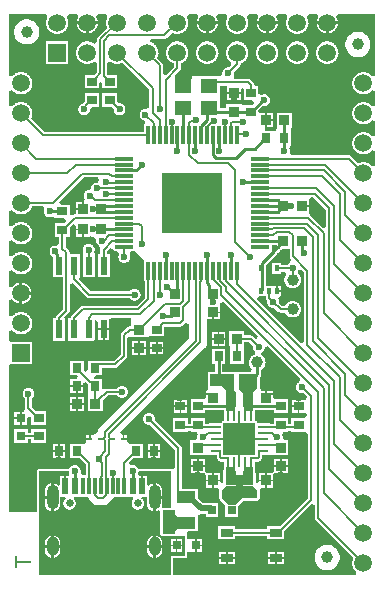
<source format=gtl>
G04*
G04 #@! TF.GenerationSoftware,Altium Limited,Altium Designer,20.0.11 (256)*
G04*
G04 Layer_Physical_Order=1*
G04 Layer_Color=255*
%FSLAX25Y25*%
%MOIN*%
G70*
G01*
G75*
%ADD10C,0.00600*%
%ADD12C,0.00800*%
%ADD58C,0.02559*%
%ADD62R,0.05906X0.03937*%
%ADD63R,0.01417X0.00984*%
%ADD64C,0.03937*%
%ADD65R,0.03200X0.03000*%
%ADD66R,0.03500X0.03400*%
%ADD67R,0.03000X0.03200*%
%ADD68R,0.03400X0.03500*%
%ADD69R,0.02581X0.03150*%
%ADD70R,0.04134X0.02559*%
%ADD71R,0.03150X0.03150*%
%ADD72R,0.01575X0.01968*%
%ADD73R,0.10630X0.10630*%
%ADD74R,0.03347X0.01102*%
%ADD75R,0.01102X0.03347*%
%ADD76R,0.02362X0.05906*%
%ADD77R,0.20472X0.20472*%
G04:AMPARAMS|DCode=78|XSize=11.81mil|YSize=59.06mil|CornerRadius=0.3mil|HoleSize=0mil|Usage=FLASHONLY|Rotation=0.000|XOffset=0mil|YOffset=0mil|HoleType=Round|Shape=RoundedRectangle|*
%AMROUNDEDRECTD78*
21,1,0.01181,0.05847,0,0,0.0*
21,1,0.01122,0.05906,0,0,0.0*
1,1,0.00059,0.00561,-0.02923*
1,1,0.00059,-0.00561,-0.02923*
1,1,0.00059,-0.00561,0.02923*
1,1,0.00059,0.00561,0.02923*
%
%ADD78ROUNDEDRECTD78*%
G04:AMPARAMS|DCode=79|XSize=11.81mil|YSize=59.06mil|CornerRadius=0.3mil|HoleSize=0mil|Usage=FLASHONLY|Rotation=90.000|XOffset=0mil|YOffset=0mil|HoleType=Round|Shape=RoundedRectangle|*
%AMROUNDEDRECTD79*
21,1,0.01181,0.05847,0,0,90.0*
21,1,0.01122,0.05906,0,0,90.0*
1,1,0.00059,0.02923,0.00561*
1,1,0.00059,0.02923,-0.00561*
1,1,0.00059,-0.02923,-0.00561*
1,1,0.00059,-0.02923,0.00561*
%
%ADD79ROUNDEDRECTD79*%
%ADD80R,0.05512X0.04724*%
%ADD81R,0.02362X0.05709*%
%ADD82R,0.01181X0.05709*%
%ADD83C,0.01000*%
%ADD84C,0.00810*%
%ADD85C,0.02000*%
%ADD86C,0.01100*%
%ADD87C,0.05906*%
%ADD88R,0.05906X0.05906*%
%ADD89O,0.03937X0.06299*%
%ADD90O,0.03937X0.08268*%
%ADD91R,0.05906X0.05906*%
%ADD92C,0.02362*%
G36*
X34421Y188759D02*
X34739Y187980D01*
X34588Y187690D01*
X34462Y187387D01*
X34364Y187075D01*
X34293Y186755D01*
X34250Y186430D01*
X34236Y186102D01*
X34250Y185775D01*
X34293Y185450D01*
X34364Y185130D01*
X34462Y184818D01*
X34588Y184515D01*
X34675Y184346D01*
X31620Y181290D01*
X31507Y181159D01*
X31417Y181011D01*
X31351Y180851D01*
X31310Y180683D01*
X31297Y180510D01*
Y179521D01*
X30689Y179151D01*
X30297Y179064D01*
X30147Y179179D01*
X29870Y179355D01*
X29580Y179507D01*
X29277Y179632D01*
X28964Y179731D01*
X28644Y179802D01*
X28319Y179844D01*
X27992Y179859D01*
X27665Y179844D01*
X27340Y179802D01*
X27020Y179731D01*
X26707Y179632D01*
X26405Y179507D01*
X26114Y179355D01*
X25838Y179179D01*
X25578Y178980D01*
X25336Y178759D01*
X25115Y178517D01*
X24915Y178257D01*
X24739Y177980D01*
X24588Y177690D01*
X24462Y177387D01*
X24364Y177075D01*
X24293Y176755D01*
X24250Y176430D01*
X24236Y176102D01*
X24250Y175775D01*
X24293Y175450D01*
X24364Y175130D01*
X24462Y174818D01*
X24588Y174515D01*
X24739Y174224D01*
X24915Y173948D01*
X25115Y173688D01*
X25336Y173446D01*
X25578Y173225D01*
X25838Y173025D01*
X26114Y172849D01*
X26405Y172698D01*
X26707Y172573D01*
X27020Y172474D01*
X27340Y172403D01*
X27665Y172360D01*
X27992Y172346D01*
X28319Y172360D01*
X28644Y172403D01*
X28964Y172474D01*
X29277Y172573D01*
X29580Y172698D01*
X29870Y172849D01*
X30147Y173025D01*
X30297Y173140D01*
X30689Y173053D01*
X31297Y172684D01*
Y169765D01*
X30267Y168736D01*
X27128D01*
Y164136D01*
X31928D01*
Y166077D01*
X32419Y166366D01*
X33033Y166003D01*
Y164136D01*
X37833D01*
Y168736D01*
X34703D01*
Y172670D01*
X35260Y173023D01*
X35703Y173128D01*
X35838Y173025D01*
X36114Y172849D01*
X36405Y172698D01*
X36707Y172573D01*
X37020Y172474D01*
X37340Y172403D01*
X37665Y172360D01*
X37992Y172346D01*
X38320Y172360D01*
X38644Y172403D01*
X38964Y172474D01*
X39277Y172573D01*
X39580Y172698D01*
X39748Y172786D01*
X48697Y163837D01*
Y158068D01*
X48684Y158044D01*
X48472Y157783D01*
X48083Y157506D01*
X47697Y157359D01*
X47622Y157372D01*
X47400Y157384D01*
X47178Y157372D01*
X46959Y157334D01*
X46745Y157273D01*
X46539Y157188D01*
X46344Y157080D01*
X46163Y156951D01*
X45997Y156803D01*
X45849Y156637D01*
X45720Y156456D01*
X45612Y156261D01*
X45527Y156055D01*
X45465Y155842D01*
X45428Y155622D01*
X45416Y155400D01*
X45428Y155178D01*
X45465Y154958D01*
X45527Y154745D01*
X45612Y154539D01*
X45720Y154344D01*
X45849Y154163D01*
X45997Y153997D01*
X46163Y153849D01*
X46344Y153720D01*
X46539Y153612D01*
X46745Y153527D01*
X46959Y153465D01*
X47164Y153293D01*
X47193Y153180D01*
X47209Y153031D01*
X47178Y152218D01*
X47079Y152134D01*
X46994Y152034D01*
X46926Y151923D01*
X46876Y151802D01*
X46845Y151675D01*
X46835Y151545D01*
Y149725D01*
X13646D01*
X9222Y154149D01*
X9310Y154318D01*
X9435Y154621D01*
X9534Y154933D01*
X9605Y155253D01*
X9647Y155578D01*
X9662Y155905D01*
X9647Y156233D01*
X9605Y156558D01*
X9534Y156878D01*
X9435Y157190D01*
X9310Y157493D01*
X9159Y157784D01*
X8982Y158060D01*
X8783Y158320D01*
X8562Y158562D01*
X8320Y158783D01*
X8060Y158983D01*
X7784Y159159D01*
X7493Y159310D01*
X7190Y159435D01*
X6878Y159534D01*
X6558Y159605D01*
X6233Y159648D01*
X5906Y159662D01*
X5578Y159648D01*
X5253Y159605D01*
X4933Y159534D01*
X4621Y159435D01*
X4318Y159310D01*
X4027Y159159D01*
X3751Y158983D01*
X3491Y158783D01*
X3249Y158562D01*
X3028Y158320D01*
X2968Y158242D01*
X2331Y158356D01*
X1969Y158571D01*
Y163240D01*
X2331Y163455D01*
X2968Y163568D01*
X3028Y163491D01*
X3249Y163249D01*
X3491Y163028D01*
X3751Y162829D01*
X4027Y162652D01*
X4318Y162501D01*
X4621Y162376D01*
X4933Y162277D01*
X5253Y162206D01*
X5578Y162163D01*
X5906Y162149D01*
X6233Y162163D01*
X6558Y162206D01*
X6878Y162277D01*
X7190Y162376D01*
X7493Y162501D01*
X7784Y162652D01*
X8060Y162829D01*
X8320Y163028D01*
X8562Y163249D01*
X8783Y163491D01*
X8982Y163751D01*
X9159Y164027D01*
X9310Y164318D01*
X9435Y164621D01*
X9534Y164933D01*
X9605Y165253D01*
X9647Y165578D01*
X9662Y165905D01*
X9647Y166233D01*
X9605Y166558D01*
X9534Y166878D01*
X9435Y167190D01*
X9310Y167493D01*
X9159Y167784D01*
X8982Y168060D01*
X8783Y168320D01*
X8562Y168562D01*
X8320Y168783D01*
X8060Y168983D01*
X7784Y169159D01*
X7493Y169310D01*
X7190Y169435D01*
X6878Y169534D01*
X6558Y169605D01*
X6233Y169648D01*
X5906Y169662D01*
X5578Y169648D01*
X5253Y169605D01*
X4933Y169534D01*
X4621Y169435D01*
X4318Y169310D01*
X4027Y169159D01*
X3751Y168983D01*
X3491Y168783D01*
X3249Y168562D01*
X3028Y168320D01*
X2968Y168243D01*
X2331Y168356D01*
X1969Y168571D01*
Y188976D01*
X14207D01*
X14421Y188759D01*
X14739Y187980D01*
X14588Y187690D01*
X14462Y187387D01*
X14364Y187075D01*
X14293Y186755D01*
X14250Y186430D01*
X14236Y186102D01*
X14250Y185775D01*
X14293Y185450D01*
X14364Y185130D01*
X14462Y184818D01*
X14588Y184515D01*
X14739Y184224D01*
X14915Y183948D01*
X15115Y183688D01*
X15336Y183446D01*
X15578Y183225D01*
X15838Y183025D01*
X16114Y182849D01*
X16405Y182698D01*
X16707Y182573D01*
X17020Y182474D01*
X17340Y182403D01*
X17665Y182360D01*
X17992Y182346D01*
X18319Y182360D01*
X18644Y182403D01*
X18964Y182474D01*
X19277Y182573D01*
X19580Y182698D01*
X19870Y182849D01*
X20147Y183025D01*
X20407Y183225D01*
X20648Y183446D01*
X20870Y183688D01*
X21069Y183948D01*
X21245Y184224D01*
X21396Y184515D01*
X21522Y184818D01*
X21621Y185130D01*
X21691Y185450D01*
X21734Y185775D01*
X21748Y186102D01*
X21734Y186430D01*
X21691Y186755D01*
X21621Y187075D01*
X21522Y187387D01*
X21396Y187690D01*
X21245Y187980D01*
X21564Y188759D01*
X21778Y188976D01*
X24459D01*
X24807Y188509D01*
X24974Y187976D01*
X24912Y187880D01*
X24769Y187605D01*
X24651Y187319D01*
X24557Y187023D01*
X24490Y186720D01*
X24475Y186602D01*
X27992D01*
X31510D01*
X31494Y186720D01*
X31427Y187023D01*
X31334Y187319D01*
X31215Y187605D01*
X31072Y187880D01*
X31011Y187976D01*
X31178Y188509D01*
X31525Y188976D01*
X34207D01*
X34421Y188759D01*
D02*
G37*
G36*
X124016Y168571D02*
X123653Y168356D01*
X123016Y168243D01*
X122956Y168320D01*
X122735Y168562D01*
X122493Y168783D01*
X122233Y168983D01*
X121957Y169159D01*
X121666Y169310D01*
X121363Y169435D01*
X121051Y169534D01*
X120731Y169605D01*
X120406Y169648D01*
X120079Y169662D01*
X119751Y169648D01*
X119427Y169605D01*
X119106Y169534D01*
X118794Y169435D01*
X118491Y169310D01*
X118201Y169159D01*
X117924Y168983D01*
X117664Y168783D01*
X117423Y168562D01*
X117201Y168320D01*
X117002Y168060D01*
X116826Y167784D01*
X116674Y167493D01*
X116549Y167190D01*
X116450Y166878D01*
X116379Y166558D01*
X116337Y166233D01*
X116322Y165905D01*
X116337Y165578D01*
X116379Y165253D01*
X116450Y164933D01*
X116549Y164621D01*
X116674Y164318D01*
X116826Y164027D01*
X117002Y163751D01*
X117201Y163491D01*
X117423Y163249D01*
X117664Y163028D01*
X117924Y162829D01*
X118201Y162652D01*
X118491Y162501D01*
X118794Y162376D01*
X119106Y162277D01*
X119427Y162206D01*
X119751Y162163D01*
X120079Y162149D01*
X120406Y162163D01*
X120731Y162206D01*
X121051Y162277D01*
X121363Y162376D01*
X121666Y162501D01*
X121957Y162652D01*
X122233Y162829D01*
X122493Y163028D01*
X122735Y163249D01*
X122956Y163491D01*
X123016Y163568D01*
X123653Y163455D01*
X124016Y163240D01*
Y158571D01*
X123653Y158356D01*
X123016Y158242D01*
X122956Y158320D01*
X122735Y158562D01*
X122493Y158783D01*
X122233Y158983D01*
X121957Y159159D01*
X121666Y159310D01*
X121363Y159435D01*
X121051Y159534D01*
X120731Y159605D01*
X120406Y159648D01*
X120079Y159662D01*
X119751Y159648D01*
X119427Y159605D01*
X119106Y159534D01*
X118794Y159435D01*
X118491Y159310D01*
X118201Y159159D01*
X117924Y158983D01*
X117664Y158783D01*
X117423Y158562D01*
X117201Y158320D01*
X117002Y158060D01*
X116826Y157784D01*
X116674Y157493D01*
X116549Y157190D01*
X116450Y156878D01*
X116379Y156558D01*
X116337Y156233D01*
X116322Y155905D01*
X116337Y155578D01*
X116379Y155253D01*
X116450Y154933D01*
X116549Y154621D01*
X116674Y154318D01*
X116826Y154027D01*
X117002Y153751D01*
X117201Y153491D01*
X117423Y153249D01*
X117664Y153028D01*
X117924Y152829D01*
X118201Y152652D01*
X118491Y152501D01*
X118794Y152376D01*
X119106Y152277D01*
X119427Y152206D01*
X119751Y152164D01*
X120079Y152149D01*
X120406Y152164D01*
X120731Y152206D01*
X121051Y152277D01*
X121363Y152376D01*
X121666Y152501D01*
X121957Y152652D01*
X122233Y152829D01*
X122493Y153028D01*
X122735Y153249D01*
X122956Y153491D01*
X123016Y153568D01*
X123653Y153455D01*
X124016Y153240D01*
Y148571D01*
X123653Y148356D01*
X123016Y148242D01*
X122956Y148320D01*
X122735Y148562D01*
X122493Y148783D01*
X122233Y148983D01*
X121957Y149159D01*
X121666Y149310D01*
X121363Y149435D01*
X121051Y149534D01*
X120731Y149605D01*
X120406Y149648D01*
X120079Y149662D01*
X119751Y149648D01*
X119427Y149605D01*
X119106Y149534D01*
X118794Y149435D01*
X118491Y149310D01*
X118201Y149159D01*
X117924Y148983D01*
X117664Y148783D01*
X117423Y148562D01*
X117201Y148320D01*
X117002Y148060D01*
X116826Y147784D01*
X116674Y147493D01*
X116549Y147190D01*
X116450Y146878D01*
X116379Y146558D01*
X116337Y146233D01*
X116322Y145905D01*
X116337Y145578D01*
X116379Y145253D01*
X116450Y144933D01*
X116549Y144621D01*
X116674Y144318D01*
X116826Y144027D01*
X117002Y143751D01*
X117201Y143491D01*
X117423Y143249D01*
X117664Y143028D01*
X117924Y142829D01*
X118201Y142652D01*
X118491Y142501D01*
X118794Y142376D01*
X119106Y142277D01*
X119427Y142206D01*
X119751Y142164D01*
X120079Y142149D01*
X120406Y142164D01*
X120731Y142206D01*
X121051Y142277D01*
X121363Y142376D01*
X121666Y142501D01*
X121957Y142652D01*
X122233Y142829D01*
X122493Y143028D01*
X122735Y143249D01*
X122956Y143491D01*
X123016Y143569D01*
X123653Y143455D01*
X124016Y143240D01*
Y138571D01*
X123653Y138356D01*
X123016Y138242D01*
X122956Y138320D01*
X122735Y138562D01*
X122493Y138783D01*
X122233Y138982D01*
X121957Y139159D01*
X121666Y139310D01*
X121363Y139435D01*
X121051Y139534D01*
X120731Y139605D01*
X120406Y139648D01*
X120079Y139662D01*
X119751Y139648D01*
X119427Y139605D01*
X119106Y139534D01*
X118794Y139435D01*
X118491Y139310D01*
X118323Y139222D01*
X116016Y141528D01*
X115885Y141641D01*
X115737Y141731D01*
X115577Y141797D01*
X115409Y141838D01*
X115236Y141851D01*
X96145D01*
X95845Y142125D01*
X95596Y142541D01*
X95505Y142851D01*
X95536Y142958D01*
X95573Y143178D01*
X95585Y143400D01*
X95573Y143622D01*
X95536Y143842D01*
X95474Y144055D01*
X95389Y144261D01*
X95453Y144420D01*
X95901Y145238D01*
X95901Y145238D01*
X95901Y145238D01*
Y150038D01*
X95901D01*
X96009Y150993D01*
X96101D01*
Y156093D01*
X91101D01*
Y150993D01*
X91101D01*
X90994Y150038D01*
X87200D01*
Y151193D01*
X87201D01*
Y153543D01*
Y155893D01*
X85201D01*
X85077Y156842D01*
Y156856D01*
X86502Y158282D01*
X86559Y158265D01*
X86778Y158228D01*
X87000Y158216D01*
X87222Y158228D01*
X87441Y158265D01*
X87655Y158327D01*
X87861Y158412D01*
X88056Y158520D01*
X88237Y158649D01*
X88403Y158797D01*
X88551Y158963D01*
X88680Y159144D01*
X88788Y159339D01*
X88873Y159545D01*
X88934Y159758D01*
X88972Y159978D01*
X88984Y160200D01*
X88972Y160422D01*
X88934Y160642D01*
X88873Y160855D01*
X88788Y161061D01*
X88680Y161256D01*
X88551Y161437D01*
X88403Y161603D01*
X88237Y161751D01*
X88056Y161880D01*
X87861Y161988D01*
X87655Y162073D01*
X87441Y162135D01*
X87222Y162172D01*
X87000Y162184D01*
X86778Y162172D01*
X86559Y162135D01*
X86345Y162073D01*
X86139Y161988D01*
X86077Y161953D01*
X85522Y162132D01*
X85255Y162291D01*
X85077Y162480D01*
Y164799D01*
X83781D01*
Y165123D01*
X83767Y165295D01*
X83727Y165464D01*
X83660Y165624D01*
X83570Y165771D01*
X83457Y165903D01*
X82380Y166980D01*
X82249Y167093D01*
X82101Y167183D01*
X81941Y167249D01*
X81773Y167290D01*
X81600Y167303D01*
X77299D01*
X77152Y167433D01*
X76970Y167707D01*
X76768Y168303D01*
X76788Y168339D01*
X76873Y168545D01*
X76934Y168758D01*
X76972Y168978D01*
X76984Y169200D01*
X76972Y169422D01*
X76944Y169584D01*
X78776Y171416D01*
X78889Y171547D01*
X78979Y171695D01*
X79045Y171855D01*
X79086Y172023D01*
X79100Y172196D01*
Y172517D01*
X79277Y172573D01*
X79580Y172698D01*
X79870Y172849D01*
X80147Y173025D01*
X80407Y173225D01*
X80648Y173446D01*
X80870Y173688D01*
X81069Y173948D01*
X81245Y174224D01*
X81397Y174515D01*
X81522Y174818D01*
X81621Y175130D01*
X81691Y175450D01*
X81734Y175775D01*
X81748Y176102D01*
X81734Y176430D01*
X81691Y176755D01*
X81621Y177075D01*
X81522Y177387D01*
X81397Y177690D01*
X81245Y177980D01*
X81069Y178257D01*
X80870Y178517D01*
X80648Y178759D01*
X80407Y178980D01*
X80147Y179179D01*
X79870Y179355D01*
X79580Y179507D01*
X79277Y179632D01*
X78964Y179731D01*
X78644Y179802D01*
X78320Y179844D01*
X77992Y179859D01*
X77665Y179844D01*
X77340Y179802D01*
X77020Y179731D01*
X76707Y179632D01*
X76405Y179507D01*
X76114Y179355D01*
X75838Y179179D01*
X75578Y178980D01*
X75336Y178759D01*
X75115Y178517D01*
X74915Y178257D01*
X74739Y177980D01*
X74588Y177690D01*
X74462Y177387D01*
X74364Y177075D01*
X74293Y176755D01*
X74250Y176430D01*
X74236Y176102D01*
X74250Y175775D01*
X74293Y175450D01*
X74364Y175130D01*
X74462Y174818D01*
X74588Y174515D01*
X74739Y174224D01*
X74915Y173948D01*
X75115Y173688D01*
X75336Y173446D01*
X75578Y173225D01*
X75838Y173025D01*
X75846Y173020D01*
X76069Y172191D01*
X76045Y171842D01*
X76018Y171778D01*
X75384Y171144D01*
X75222Y171172D01*
X75000Y171184D01*
X74778Y171172D01*
X74559Y171134D01*
X74345Y171073D01*
X74139Y170988D01*
X73944Y170880D01*
X73763Y170751D01*
X73597Y170603D01*
X73449Y170437D01*
X73320Y170256D01*
X73212Y170061D01*
X73127Y169855D01*
X73066Y169641D01*
X73028Y169422D01*
X73016Y169200D01*
X73028Y168978D01*
X72492Y168297D01*
X72306Y168147D01*
X72257Y168123D01*
X65145D01*
Y168123D01*
X62795Y168123D01*
Y167323D01*
X57284D01*
Y168523D01*
X57992Y169231D01*
X58772Y170012D01*
X58885Y170144D01*
X58975Y170291D01*
X59042Y170451D01*
X59082Y170619D01*
X59096Y170792D01*
Y172515D01*
X59277Y172573D01*
X59580Y172698D01*
X59870Y172849D01*
X60147Y173025D01*
X60407Y173225D01*
X60648Y173446D01*
X60870Y173688D01*
X61069Y173948D01*
X61245Y174224D01*
X61396Y174515D01*
X61522Y174818D01*
X61620Y175130D01*
X61691Y175450D01*
X61734Y175775D01*
X61748Y176102D01*
X61734Y176430D01*
X61691Y176755D01*
X61620Y177075D01*
X61522Y177387D01*
X61396Y177690D01*
X61245Y177980D01*
X61069Y178257D01*
X60870Y178517D01*
X60648Y178759D01*
X60407Y178980D01*
X60147Y179179D01*
X59870Y179355D01*
X59580Y179507D01*
X59277Y179632D01*
X58964Y179731D01*
X58644Y179802D01*
X58319Y179844D01*
X57992Y179859D01*
X57665Y179844D01*
X57340Y179802D01*
X57020Y179731D01*
X56707Y179632D01*
X56405Y179507D01*
X56114Y179355D01*
X55838Y179179D01*
X55578Y178980D01*
X55336Y178759D01*
X55115Y178517D01*
X54915Y178257D01*
X54739Y177980D01*
X54588Y177690D01*
X54462Y177387D01*
X54364Y177075D01*
X54293Y176755D01*
X54250Y176430D01*
X54236Y176102D01*
X54250Y175775D01*
X54293Y175450D01*
X54364Y175130D01*
X54462Y174818D01*
X54588Y174515D01*
X54739Y174224D01*
X54915Y173948D01*
X55115Y173688D01*
X55336Y173446D01*
X55578Y173225D01*
X55838Y173025D01*
X56114Y172849D01*
X56405Y172698D01*
X56707Y172573D01*
X56889Y172515D01*
Y171249D01*
X54256Y168617D01*
X53256Y169031D01*
Y171942D01*
X53243Y172114D01*
X53202Y172283D01*
X53136Y172443D01*
X53045Y172590D01*
X52933Y172722D01*
X51309Y174346D01*
X51397Y174515D01*
X51522Y174818D01*
X51621Y175130D01*
X51691Y175450D01*
X51734Y175775D01*
X51749Y176102D01*
X51734Y176430D01*
X51691Y176755D01*
X51621Y177075D01*
X51522Y177387D01*
X51397Y177690D01*
X51245Y177980D01*
X51069Y178257D01*
X50870Y178517D01*
X50648Y178759D01*
X50407Y178980D01*
X50147Y179179D01*
X49870Y179355D01*
X49580Y179507D01*
X49277Y179632D01*
X48964Y179731D01*
X49196Y180697D01*
X53690D01*
X53862Y180710D01*
X54031Y180751D01*
X54191Y180817D01*
X54338Y180907D01*
X54470Y181020D01*
X56236Y182786D01*
X56405Y182698D01*
X56707Y182573D01*
X57020Y182474D01*
X57340Y182403D01*
X57665Y182360D01*
X57992Y182346D01*
X58319Y182360D01*
X58644Y182403D01*
X58964Y182474D01*
X59277Y182573D01*
X59580Y182698D01*
X59870Y182849D01*
X60147Y183025D01*
X60407Y183225D01*
X60648Y183446D01*
X60870Y183688D01*
X61069Y183948D01*
X61245Y184224D01*
X61396Y184515D01*
X61522Y184818D01*
X61620Y185130D01*
X61691Y185450D01*
X61734Y185775D01*
X61748Y186102D01*
X61734Y186430D01*
X61691Y186755D01*
X61620Y187075D01*
X61522Y187387D01*
X61396Y187690D01*
X61245Y187980D01*
X61563Y188759D01*
X61778Y188976D01*
X64459D01*
X64807Y188509D01*
X64974Y187976D01*
X64912Y187880D01*
X64769Y187605D01*
X64650Y187319D01*
X64557Y187023D01*
X64490Y186720D01*
X64475Y186602D01*
X67992D01*
X71510D01*
X71494Y186720D01*
X71427Y187023D01*
X71334Y187319D01*
X71215Y187605D01*
X71072Y187880D01*
X71011Y187976D01*
X71178Y188509D01*
X71525Y188976D01*
X74207D01*
X74421Y188759D01*
X74739Y187980D01*
X74588Y187690D01*
X74462Y187387D01*
X74364Y187075D01*
X74293Y186755D01*
X74250Y186430D01*
X74236Y186102D01*
X74250Y185775D01*
X74293Y185450D01*
X74364Y185130D01*
X74462Y184818D01*
X74588Y184515D01*
X74739Y184224D01*
X74915Y183948D01*
X75115Y183688D01*
X75336Y183446D01*
X75578Y183225D01*
X75838Y183025D01*
X76114Y182849D01*
X76405Y182698D01*
X76707Y182573D01*
X77020Y182474D01*
X77340Y182403D01*
X77665Y182360D01*
X77992Y182346D01*
X78320Y182360D01*
X78644Y182403D01*
X78964Y182474D01*
X79277Y182573D01*
X79580Y182698D01*
X79870Y182849D01*
X80147Y183025D01*
X80407Y183225D01*
X80648Y183446D01*
X80870Y183688D01*
X81069Y183948D01*
X81245Y184224D01*
X81397Y184515D01*
X81522Y184818D01*
X81621Y185130D01*
X81691Y185450D01*
X81734Y185775D01*
X81748Y186102D01*
X81734Y186430D01*
X81691Y186755D01*
X81621Y187075D01*
X81522Y187387D01*
X81397Y187690D01*
X81245Y187980D01*
X81564Y188759D01*
X81778Y188976D01*
X84459D01*
X84807Y188509D01*
X84974Y187976D01*
X84912Y187880D01*
X84769Y187605D01*
X84650Y187319D01*
X84557Y187023D01*
X84490Y186720D01*
X84475Y186602D01*
X87992D01*
X91510D01*
X91494Y186720D01*
X91427Y187023D01*
X91334Y187319D01*
X91215Y187605D01*
X91072Y187880D01*
X91011Y187976D01*
X91178Y188509D01*
X91525Y188976D01*
X94207D01*
X94421Y188759D01*
X94739Y187980D01*
X94588Y187690D01*
X94462Y187387D01*
X94364Y187075D01*
X94293Y186755D01*
X94250Y186430D01*
X94236Y186102D01*
X94250Y185775D01*
X94293Y185450D01*
X94364Y185130D01*
X94462Y184818D01*
X94588Y184515D01*
X94739Y184224D01*
X94915Y183948D01*
X95115Y183688D01*
X95336Y183446D01*
X95578Y183225D01*
X95838Y183025D01*
X96114Y182849D01*
X96405Y182698D01*
X96707Y182573D01*
X97020Y182474D01*
X97340Y182403D01*
X97665Y182360D01*
X97992Y182346D01*
X98320Y182360D01*
X98644Y182403D01*
X98964Y182474D01*
X99277Y182573D01*
X99580Y182698D01*
X99870Y182849D01*
X100147Y183025D01*
X100407Y183225D01*
X100648Y183446D01*
X100870Y183688D01*
X101069Y183948D01*
X101245Y184224D01*
X101397Y184515D01*
X101522Y184818D01*
X101620Y185130D01*
X101691Y185450D01*
X101734Y185775D01*
X101749Y186102D01*
X101734Y186430D01*
X101691Y186755D01*
X101620Y187075D01*
X101522Y187387D01*
X101397Y187690D01*
X101245Y187980D01*
X101564Y188759D01*
X101778Y188976D01*
X104459D01*
X104807Y188509D01*
X104974Y187976D01*
X104912Y187880D01*
X104769Y187605D01*
X104650Y187319D01*
X104557Y187023D01*
X104490Y186720D01*
X104475Y186602D01*
X107992D01*
X111510D01*
X111494Y186720D01*
X111427Y187023D01*
X111334Y187319D01*
X111215Y187605D01*
X111072Y187880D01*
X111011Y187976D01*
X111178Y188509D01*
X111525Y188976D01*
X124016D01*
Y168571D01*
D02*
G37*
G36*
X74422Y164799D02*
X74422Y164097D01*
Y162799D01*
X76772D01*
X79122D01*
X79122Y163848D01*
X79699Y164183D01*
X80277Y163848D01*
Y160199D01*
X83075D01*
X83504Y159230D01*
X83080Y158699D01*
X80277D01*
Y158699D01*
X79322Y158806D01*
Y158899D01*
X74222D01*
Y157702D01*
X72257D01*
X72257Y161798D01*
X72257D01*
Y165097D01*
X73545D01*
X74422Y164799D01*
D02*
G37*
G36*
X32037Y133637D02*
X31682Y132880D01*
X31525Y132815D01*
X31220Y132783D01*
X31200Y132784D01*
X30978Y132772D01*
X30759Y132735D01*
X30545Y132673D01*
X30339Y132588D01*
X30144Y132480D01*
X29963Y132351D01*
X29797Y132203D01*
X29649Y132037D01*
X29520Y131856D01*
X29412Y131661D01*
X29327Y131455D01*
X29265Y131242D01*
X29228Y131022D01*
X28578Y130372D01*
X28359Y130334D01*
X28145Y130273D01*
X27939Y130188D01*
X27744Y130080D01*
X27563Y129951D01*
X27397Y129803D01*
X27249Y129637D01*
X27120Y129456D01*
X27012Y129261D01*
X26927Y129055D01*
X26866Y128841D01*
X26828Y128622D01*
X26816Y128400D01*
X26828Y128178D01*
X26866Y127959D01*
X26927Y127745D01*
X27012Y127539D01*
X27120Y127344D01*
X26907Y126730D01*
X26778Y126566D01*
Y124016D01*
X26478D01*
Y123716D01*
X24178D01*
Y122166D01*
X23819D01*
X23647Y122153D01*
X23478Y122112D01*
X23318Y122046D01*
X23171Y121956D01*
X23085Y121882D01*
X22738Y121925D01*
X22085Y122196D01*
Y125429D01*
X19096D01*
X18713Y126353D01*
X26857Y134497D01*
X31450D01*
X32037Y133637D01*
D02*
G37*
G36*
X13323Y124652D02*
X13455Y124474D01*
X13735Y123802D01*
X13727Y123784D01*
X13666Y123570D01*
X13628Y123351D01*
X13616Y123129D01*
X13628Y122907D01*
X13666Y122687D01*
X13727Y122473D01*
X13812Y122268D01*
X13920Y122073D01*
X14049Y121892D01*
X14197Y121726D01*
X14363Y121577D01*
X14544Y121449D01*
X14739Y121341D01*
X14945Y121256D01*
X15158Y121194D01*
X15378Y121157D01*
X15600Y121144D01*
X15822Y121157D01*
X16041Y121194D01*
X16255Y121256D01*
X16285Y121268D01*
X16429Y121209D01*
X17285Y120829D01*
X17285Y120829D01*
X17285Y120829D01*
X20365D01*
X20794Y119860D01*
X20370Y119329D01*
X17285D01*
Y114729D01*
X18582D01*
Y112537D01*
X18435Y112296D01*
X18358Y112223D01*
X17630Y111777D01*
X17582Y111774D01*
X17400Y111784D01*
X17178Y111772D01*
X16959Y111734D01*
X16745Y111673D01*
X16539Y111588D01*
X16344Y111480D01*
X16163Y111351D01*
X15997Y111203D01*
X15849Y111037D01*
X15720Y110856D01*
X15612Y110661D01*
X15527Y110455D01*
X15465Y110241D01*
X15428Y110022D01*
X15416Y109800D01*
X15428Y109578D01*
X15465Y109359D01*
X15527Y109145D01*
X15612Y108939D01*
X15720Y108744D01*
X15849Y108563D01*
X15997Y108397D01*
X16163Y108249D01*
X16344Y108120D01*
X16500Y108034D01*
Y105799D01*
X16503Y105757D01*
Y101365D01*
X19897D01*
Y90573D01*
X17704Y88380D01*
X17592Y88249D01*
X17501Y88101D01*
X17435Y87941D01*
X17394Y87773D01*
X17382Y87611D01*
X16503D01*
Y80106D01*
X20465D01*
Y87611D01*
X20465D01*
X20345Y87901D01*
X21780Y89336D01*
X21893Y89467D01*
X21983Y89615D01*
X22049Y89775D01*
X22090Y89943D01*
X22103Y90116D01*
Y98966D01*
X23103Y99380D01*
X27864Y94620D01*
X27996Y94507D01*
X28143Y94417D01*
X28303Y94351D01*
X28472Y94310D01*
X28644Y94297D01*
X42154D01*
X42249Y94163D01*
X42397Y93997D01*
X42563Y93849D01*
X42744Y93720D01*
X42939Y93612D01*
X43145Y93527D01*
X43358Y93466D01*
X43578Y93428D01*
X43800Y93416D01*
X44022Y93428D01*
X44241Y93466D01*
X44455Y93527D01*
X44661Y93612D01*
X44856Y93720D01*
X45037Y93849D01*
X45203Y93997D01*
X45351Y94163D01*
X45480Y94344D01*
X45588Y94539D01*
X45673Y94745D01*
X45735Y94959D01*
X45772Y95178D01*
X45784Y95400D01*
X45772Y95622D01*
X45735Y95841D01*
X45673Y96055D01*
X45588Y96261D01*
X45480Y96456D01*
X45351Y96637D01*
X45203Y96803D01*
X45037Y96951D01*
X44856Y97080D01*
X44661Y97188D01*
X44455Y97273D01*
X44241Y97334D01*
X44022Y97372D01*
X43800Y97384D01*
X43578Y97372D01*
X43358Y97334D01*
X43145Y97273D01*
X42939Y97188D01*
X42744Y97080D01*
X42563Y96951D01*
X42397Y96803D01*
X42249Y96637D01*
X42154Y96503D01*
X29101D01*
X25239Y100365D01*
X25465Y101365D01*
X25465D01*
Y108871D01*
X22103D01*
Y109457D01*
X22090Y109629D01*
X22049Y109798D01*
X21983Y109958D01*
X21893Y110106D01*
X21780Y110237D01*
X20788Y111229D01*
Y114729D01*
X22085D01*
Y117768D01*
X23178Y118861D01*
X24178Y118447D01*
Y117426D01*
X26478D01*
Y117126D01*
X26778D01*
Y114776D01*
X28778D01*
X28778Y114776D01*
X29078Y114890D01*
X30078Y114576D01*
D01*
X30821Y113956D01*
X31022Y113633D01*
X31026Y113576D01*
X31016Y113400D01*
X31028Y113178D01*
X31065Y112959D01*
X31127Y112745D01*
X31212Y112539D01*
X31320Y112344D01*
X31449Y112163D01*
X31597Y111997D01*
X31763Y111849D01*
X31885Y111762D01*
X31983Y111663D01*
X32399Y111051D01*
X32431Y110773D01*
X32394Y110573D01*
X32381Y110400D01*
Y108871D01*
X31503D01*
Y101365D01*
X35465D01*
Y108871D01*
X34588D01*
Y109943D01*
X35599Y110954D01*
X36351Y110733D01*
X36608Y110549D01*
X36609Y110529D01*
X36640Y110402D01*
X36690Y110282D01*
X36758Y110170D01*
X36843Y110071D01*
X36942Y109986D01*
X37053Y109918D01*
X37174Y109868D01*
X37301Y109838D01*
X37431Y109827D01*
X38006D01*
X38306Y109481D01*
X38567Y108861D01*
X38482Y108655D01*
X38420Y108441D01*
X38383Y108222D01*
X38370Y108000D01*
X38383Y107778D01*
X38420Y107559D01*
X38482Y107345D01*
X38567Y107139D01*
X38674Y106944D01*
X38803Y106763D01*
X38951Y106597D01*
X39117Y106449D01*
X39299Y106320D01*
X39493Y106212D01*
X39699Y106127D01*
X39913Y106065D01*
X40132Y106028D01*
X40354Y106016D01*
X40576Y106028D01*
X40796Y106065D01*
X41010Y106127D01*
X41215Y106212D01*
X41410Y106320D01*
X41592Y106449D01*
X41757Y106597D01*
X41906Y106763D01*
X42034Y106944D01*
X42142Y107139D01*
X42227Y107345D01*
X42289Y107559D01*
X42326Y107778D01*
X42338Y108000D01*
X42326Y108222D01*
X42289Y108441D01*
X42227Y108655D01*
X42142Y108861D01*
X42403Y109481D01*
X42703Y109827D01*
X43278D01*
X43408Y109838D01*
X43535Y109868D01*
X43655Y109918D01*
X43767Y109986D01*
X43866Y110071D01*
X43868Y110071D01*
X47079Y106861D01*
X47079Y106858D01*
X46994Y106759D01*
X46926Y106648D01*
X46876Y106527D01*
X46845Y106400D01*
X46835Y106270D01*
Y100423D01*
X46845Y100293D01*
X46876Y100166D01*
X46926Y100046D01*
X46994Y99934D01*
X47079Y99835D01*
X47125Y99796D01*
Y94285D01*
X44543Y91703D01*
X26484D01*
X26312Y91690D01*
X26143Y91649D01*
X25983Y91583D01*
X25836Y91493D01*
X25704Y91380D01*
X22704Y88380D01*
X22592Y88249D01*
X22501Y88101D01*
X22435Y87941D01*
X22394Y87773D01*
X22382Y87611D01*
X21503D01*
Y80106D01*
X30465D01*
Y86816D01*
X30746Y86983D01*
X31703Y86455D01*
Y84158D01*
X33484D01*
X35265D01*
Y86697D01*
X35265Y87411D01*
X36147Y87697D01*
X42726D01*
Y84862D01*
X42119D01*
X41947Y84848D01*
X41778Y84808D01*
X41618Y84742D01*
X41471Y84651D01*
X41339Y84539D01*
X39420Y82620D01*
X39307Y82488D01*
X39217Y82341D01*
X39151Y82181D01*
X39110Y82012D01*
X39097Y81840D01*
Y75457D01*
X36909Y73269D01*
X31809D01*
X31766Y73266D01*
X28309D01*
Y70186D01*
X27341Y69757D01*
X26809Y70181D01*
Y73266D01*
X22209D01*
Y68466D01*
X24706D01*
X24932Y68161D01*
X24428Y67161D01*
X22409D01*
Y65261D01*
X26609D01*
Y65799D01*
X27533Y66182D01*
X28234Y65480D01*
X28309Y65417D01*
Y62561D01*
X28309D01*
X28202Y61605D01*
X28109D01*
Y56505D01*
X33109D01*
Y59995D01*
X35011Y61897D01*
X37954D01*
X38049Y61763D01*
X38197Y61597D01*
X38363Y61449D01*
X38544Y61320D01*
X38739Y61212D01*
X38945Y61127D01*
X39158Y61066D01*
X39378Y61028D01*
X39600Y61016D01*
X39822Y61028D01*
X40042Y61066D01*
X40255Y61127D01*
X40461Y61212D01*
X40656Y61320D01*
X40837Y61449D01*
X41003Y61597D01*
X41151Y61763D01*
X41280Y61944D01*
X41388Y62139D01*
X41473Y62345D01*
X41535Y62559D01*
X41572Y62778D01*
X41584Y63000D01*
X41572Y63222D01*
X41535Y63441D01*
X41473Y63655D01*
X41388Y63861D01*
X41280Y64056D01*
X41151Y64237D01*
X41003Y64403D01*
X40837Y64551D01*
X40656Y64680D01*
X40461Y64788D01*
X40255Y64873D01*
X40042Y64934D01*
X39822Y64972D01*
X39600Y64984D01*
X39378Y64972D01*
X39158Y64934D01*
X38945Y64873D01*
X38739Y64788D01*
X38544Y64680D01*
X38363Y64551D01*
X38197Y64403D01*
X38049Y64237D01*
X37954Y64103D01*
X34554D01*
X34381Y64090D01*
X34213Y64049D01*
X34053Y63983D01*
X33905Y63893D01*
X33016Y64094D01*
X32909Y64138D01*
Y67361D01*
X30301D01*
X30230Y67466D01*
X30765Y68466D01*
X32909D01*
Y71063D01*
X37366D01*
X37539Y71076D01*
X37707Y71117D01*
X37867Y71183D01*
X38015Y71273D01*
X38146Y71386D01*
X40980Y74220D01*
X41093Y74351D01*
X41183Y74499D01*
X41249Y74659D01*
X41290Y74827D01*
X41303Y75000D01*
Y80920D01*
X41732Y81243D01*
X42726Y81259D01*
Y81259D01*
X47826D01*
Y81351D01*
X48781Y81459D01*
Y81459D01*
X53581D01*
Y84498D01*
X53780Y84697D01*
X58800D01*
X58973Y84710D01*
X59141Y84751D01*
X59301Y84817D01*
X59449Y84907D01*
X59580Y85020D01*
X60780Y86220D01*
X60893Y86351D01*
X61684Y85784D01*
X61897Y85605D01*
Y81013D01*
X32142Y51258D01*
X31962Y51057D01*
X31805Y50836D01*
X31675Y50600D01*
X31614Y50454D01*
X31571Y50351D01*
X31497Y50091D01*
X31451Y49825D01*
X31442Y49667D01*
X31208Y49570D01*
X30972Y49440D01*
X30752Y49283D01*
X30550Y49103D01*
X30370Y48902D01*
X30214Y48682D01*
X30109Y48492D01*
X29247D01*
Y47400D01*
X28947D01*
Y47100D01*
X27638D01*
Y46444D01*
X27261Y46007D01*
X26887Y45707D01*
X22403D01*
Y40907D01*
X25443D01*
X27440Y38910D01*
Y35170D01*
X26435D01*
X26220Y35318D01*
X26121Y35435D01*
X25753Y36158D01*
X25791Y36378D01*
X25803Y36600D01*
X25791Y36822D01*
X25753Y37042D01*
X25692Y37255D01*
X25607Y37461D01*
X25499Y37656D01*
X25370Y37837D01*
X25222Y38003D01*
X25056Y38151D01*
X24875Y38280D01*
X24680Y38388D01*
X24474Y38473D01*
X24260Y38535D01*
X24041Y38572D01*
X23819Y38584D01*
X23597Y38572D01*
X23377Y38535D01*
X23164Y38473D01*
X22958Y38388D01*
X22763Y38280D01*
X22582Y38151D01*
X22416Y38003D01*
X22268Y37837D01*
X22139Y37656D01*
X22031Y37461D01*
X22000Y37386D01*
X21992Y37388D01*
X21969Y37391D01*
X21947Y37396D01*
X21891Y37398D01*
X21835Y37404D01*
X12000D01*
X11843Y37388D01*
X11692Y37343D01*
X11553Y37268D01*
X11432Y37168D01*
X11332Y37047D01*
X11257Y36908D01*
X11212Y36757D01*
X11196Y36600D01*
Y22800D01*
X1969D01*
Y71229D01*
X2153Y72153D01*
X2968Y72153D01*
X9658D01*
Y79658D01*
X2968D01*
X2153Y79658D01*
X1969Y80582D01*
Y83240D01*
X2331Y83455D01*
X2968Y83569D01*
X3028Y83491D01*
X3249Y83249D01*
X3491Y83028D01*
X3751Y82828D01*
X4027Y82652D01*
X4318Y82501D01*
X4621Y82376D01*
X4933Y82277D01*
X5253Y82206D01*
X5578Y82164D01*
X5906Y82149D01*
X6233Y82164D01*
X6558Y82206D01*
X6878Y82277D01*
X7190Y82376D01*
X7493Y82501D01*
X7784Y82652D01*
X8060Y82828D01*
X8320Y83028D01*
X8562Y83249D01*
X8783Y83491D01*
X8982Y83751D01*
X9159Y84027D01*
X9310Y84318D01*
X9435Y84621D01*
X9534Y84933D01*
X9605Y85253D01*
X9647Y85578D01*
X9662Y85905D01*
X9647Y86233D01*
X9605Y86558D01*
X9534Y86878D01*
X9435Y87190D01*
X9310Y87493D01*
X9159Y87784D01*
X8982Y88060D01*
X8783Y88320D01*
X8562Y88562D01*
X8320Y88783D01*
X8060Y88982D01*
X7784Y89159D01*
X7493Y89310D01*
X7190Y89435D01*
X6878Y89534D01*
X6558Y89605D01*
X6233Y89648D01*
X5906Y89662D01*
X5578Y89648D01*
X5253Y89605D01*
X4933Y89534D01*
X4621Y89435D01*
X4318Y89310D01*
X4027Y89159D01*
X3751Y88982D01*
X3491Y88783D01*
X3249Y88562D01*
X3028Y88320D01*
X2968Y88243D01*
X2331Y88356D01*
X1969Y88571D01*
Y93641D01*
X2053Y93689D01*
X2968Y93903D01*
X2992Y93866D01*
X3181Y93620D01*
X3391Y93391D01*
X3620Y93181D01*
X3866Y92993D01*
X4127Y92826D01*
X4403Y92683D01*
X4689Y92564D01*
X4985Y92471D01*
X5288Y92403D01*
X5406Y92388D01*
Y95906D01*
Y99423D01*
X5288Y99408D01*
X4985Y99340D01*
X4689Y99247D01*
X4403Y99129D01*
X4127Y98985D01*
X3866Y98818D01*
X3620Y98630D01*
X3391Y98420D01*
X3181Y98191D01*
X2992Y97945D01*
X2968Y97908D01*
X2053Y98122D01*
X1969Y98170D01*
Y103240D01*
X2331Y103455D01*
X2968Y103568D01*
X3028Y103491D01*
X3249Y103249D01*
X3491Y103028D01*
X3751Y102829D01*
X4027Y102652D01*
X4318Y102501D01*
X4621Y102376D01*
X4933Y102277D01*
X5253Y102206D01*
X5578Y102164D01*
X5906Y102149D01*
X6233Y102164D01*
X6558Y102206D01*
X6878Y102277D01*
X7190Y102376D01*
X7493Y102501D01*
X7784Y102652D01*
X8060Y102829D01*
X8320Y103028D01*
X8562Y103249D01*
X8783Y103491D01*
X8982Y103751D01*
X9159Y104027D01*
X9310Y104318D01*
X9435Y104621D01*
X9534Y104933D01*
X9605Y105253D01*
X9647Y105578D01*
X9662Y105905D01*
X9647Y106233D01*
X9605Y106558D01*
X9534Y106878D01*
X9435Y107190D01*
X9310Y107493D01*
X9159Y107784D01*
X8982Y108060D01*
X8783Y108320D01*
X8562Y108562D01*
X8320Y108783D01*
X8060Y108983D01*
X7784Y109159D01*
X7493Y109310D01*
X7190Y109435D01*
X6878Y109534D01*
X6558Y109605D01*
X6233Y109648D01*
X5906Y109662D01*
X5578Y109648D01*
X5253Y109605D01*
X4933Y109534D01*
X4621Y109435D01*
X4318Y109310D01*
X4027Y109159D01*
X3751Y108983D01*
X3491Y108783D01*
X3249Y108562D01*
X3028Y108320D01*
X2968Y108242D01*
X2331Y108356D01*
X1969Y108571D01*
Y113240D01*
X2331Y113455D01*
X2968Y113568D01*
X3028Y113491D01*
X3249Y113249D01*
X3491Y113028D01*
X3751Y112829D01*
X4027Y112652D01*
X4318Y112501D01*
X4621Y112376D01*
X4933Y112277D01*
X5253Y112206D01*
X5578Y112163D01*
X5906Y112149D01*
X6233Y112163D01*
X6558Y112206D01*
X6878Y112277D01*
X7190Y112376D01*
X7493Y112501D01*
X7784Y112652D01*
X8060Y112829D01*
X8320Y113028D01*
X8562Y113249D01*
X8783Y113491D01*
X8982Y113751D01*
X9159Y114027D01*
X9310Y114318D01*
X9435Y114621D01*
X9534Y114933D01*
X9605Y115253D01*
X9647Y115578D01*
X9662Y115905D01*
X9647Y116233D01*
X9605Y116558D01*
X9534Y116878D01*
X9435Y117190D01*
X9310Y117493D01*
X9159Y117784D01*
X8982Y118060D01*
X8783Y118320D01*
X8562Y118562D01*
X8320Y118783D01*
X8060Y118983D01*
X7784Y119159D01*
X7493Y119310D01*
X7190Y119435D01*
X6878Y119534D01*
X6558Y119605D01*
X6233Y119648D01*
X5906Y119662D01*
X5578Y119648D01*
X5253Y119605D01*
X4933Y119534D01*
X4621Y119435D01*
X4318Y119310D01*
X4027Y119159D01*
X3751Y118983D01*
X3491Y118783D01*
X3249Y118562D01*
X3028Y118320D01*
X2968Y118243D01*
X2331Y118356D01*
X1969Y118571D01*
Y123240D01*
X2331Y123455D01*
X2968Y123568D01*
X3028Y123491D01*
X3249Y123249D01*
X3491Y123028D01*
X3751Y122828D01*
X4027Y122652D01*
X4318Y122501D01*
X4621Y122376D01*
X4933Y122277D01*
X5253Y122206D01*
X5578Y122163D01*
X5906Y122149D01*
X6233Y122163D01*
X6558Y122206D01*
X6878Y122277D01*
X7190Y122376D01*
X7493Y122501D01*
X7784Y122652D01*
X8060Y122828D01*
X8320Y123028D01*
X8562Y123249D01*
X8783Y123491D01*
X8982Y123751D01*
X9159Y124027D01*
X9310Y124318D01*
X9435Y124621D01*
X9493Y124802D01*
X13132D01*
X13323Y124652D01*
D02*
G37*
G36*
X107497Y123743D02*
Y117970D01*
X106573Y117588D01*
X102317Y121843D01*
X102303Y121855D01*
X101807Y122650D01*
Y124700D01*
X99507D01*
Y125300D01*
X101807D01*
Y127350D01*
X102606Y127834D01*
X103406D01*
X107497Y123743D01*
D02*
G37*
G36*
X95497Y108124D02*
X95510Y107952D01*
X95551Y107783D01*
X95617Y107624D01*
X95707Y107476D01*
X95820Y107344D01*
X95903Y107261D01*
X95932Y107008D01*
X95897Y106792D01*
X95621Y106129D01*
X95596Y106118D01*
X95401Y106011D01*
X95220Y105882D01*
X95054Y105734D01*
X94905Y105568D01*
X94777Y105386D01*
X94694Y105237D01*
X92729D01*
Y105918D01*
X89554D01*
Y102350D01*
X92729D01*
Y103031D01*
X93767D01*
X94119Y102466D01*
X94224Y102031D01*
X94152Y101934D01*
X94012Y101700D01*
X93896Y101454D01*
X93804Y101198D01*
X93738Y100935D01*
X93698Y100665D01*
X93685Y100394D01*
X93698Y100122D01*
X93738Y99853D01*
X93804Y99589D01*
X93896Y99333D01*
X94012Y99087D01*
X94152Y98854D01*
X94314Y98635D01*
X94497Y98434D01*
X94698Y98251D01*
X94917Y98089D01*
X95150Y97949D01*
X95396Y97833D01*
X95652Y97741D01*
X95916Y97675D01*
X96185Y97635D01*
X96457Y97622D01*
X96728Y97635D01*
X96997Y97675D01*
X97261Y97741D01*
X97517Y97833D01*
X97763Y97949D01*
X97997Y98089D01*
X98215Y98251D01*
X98417Y98434D01*
X98599Y98635D01*
X98761Y98854D01*
X98901Y99087D01*
X99018Y99333D01*
X99109Y99589D01*
X99175Y99853D01*
X99215Y100122D01*
X99229Y100394D01*
X99215Y100665D01*
X99175Y100935D01*
X99109Y101198D01*
X99018Y101454D01*
X98901Y101700D01*
X98761Y101934D01*
X98599Y102152D01*
X98417Y102354D01*
X98206Y102571D01*
X98331Y103527D01*
X98918Y103771D01*
X99133Y103806D01*
X99387Y103777D01*
X100297Y102867D01*
Y79678D01*
X99297Y79264D01*
X84691Y93869D01*
X85105Y94869D01*
X87479D01*
Y94417D01*
X87493Y94245D01*
X87533Y94076D01*
X87599Y93916D01*
X87690Y93769D01*
X87802Y93637D01*
X88056Y93384D01*
X88028Y93222D01*
X88016Y93000D01*
X88028Y92778D01*
X88065Y92558D01*
X88127Y92345D01*
X88212Y92139D01*
X88320Y91944D01*
X88449Y91763D01*
X88597Y91597D01*
X88763Y91449D01*
X88944Y91320D01*
X89139Y91212D01*
X89345Y91127D01*
X89559Y91066D01*
X89778Y91028D01*
X90000Y91016D01*
X90222Y91028D01*
X90384Y91056D01*
X91669Y89771D01*
X91800Y89658D01*
X91948Y89568D01*
X92108Y89502D01*
X92276Y89461D01*
X92449Y89448D01*
X93916D01*
X94012Y89245D01*
X94152Y89011D01*
X94314Y88793D01*
X94497Y88591D01*
X94698Y88408D01*
X94917Y88247D01*
X95150Y88107D01*
X95396Y87990D01*
X95652Y87899D01*
X95916Y87833D01*
X96185Y87793D01*
X96457Y87779D01*
X96728Y87793D01*
X96997Y87833D01*
X97261Y87899D01*
X97517Y87990D01*
X97763Y88107D01*
X97997Y88247D01*
X98215Y88408D01*
X98417Y88591D01*
X98599Y88793D01*
X98761Y89011D01*
X98901Y89245D01*
X99018Y89490D01*
X99109Y89747D01*
X99175Y90010D01*
X99215Y90280D01*
X99229Y90551D01*
X99215Y90823D01*
X99175Y91092D01*
X99109Y91356D01*
X99018Y91612D01*
X98901Y91858D01*
X98761Y92091D01*
X98599Y92310D01*
X98417Y92511D01*
X98215Y92694D01*
X97997Y92856D01*
X97763Y92996D01*
X97517Y93112D01*
X97261Y93204D01*
X96997Y93270D01*
X96728Y93310D01*
X96457Y93323D01*
X96185Y93310D01*
X95916Y93270D01*
X95652Y93204D01*
X95396Y93112D01*
X95150Y92996D01*
X94917Y92856D01*
X94698Y92694D01*
X94497Y92511D01*
X94314Y92310D01*
X94152Y92091D01*
X94012Y91858D01*
X93916Y91655D01*
X92906D01*
X91944Y92616D01*
X91972Y92778D01*
X91984Y93000D01*
X91972Y93222D01*
X91935Y93441D01*
X91873Y93655D01*
X91788Y93861D01*
X91680Y94056D01*
X91670Y94069D01*
X91836Y94633D01*
X92149Y95069D01*
X92529D01*
Y96354D01*
X91142D01*
Y96653D01*
X90842D01*
Y98238D01*
X90170D01*
Y98438D01*
X87485D01*
Y102350D01*
X87611D01*
Y105454D01*
X91261Y109103D01*
X91296Y109144D01*
X91461Y109212D01*
X91656Y109320D01*
X91837Y109449D01*
X92003Y109597D01*
X92151Y109763D01*
X92280Y109944D01*
X92388Y110139D01*
X92473Y110345D01*
X92480Y110370D01*
X92749Y110639D01*
X95497D01*
Y108124D01*
D02*
G37*
G36*
X84821Y81618D02*
X84555Y80474D01*
X84224Y80536D01*
X83272Y81489D01*
X83140Y81601D01*
X82992Y81692D01*
X82832Y81758D01*
X82664Y81798D01*
X82491Y81812D01*
X80353D01*
Y83259D01*
X75353D01*
Y78159D01*
X75446D01*
X75553Y77203D01*
X75553D01*
Y72403D01*
X80153D01*
Y77203D01*
X80153D01*
X80261Y78159D01*
X80353D01*
Y79605D01*
X82034D01*
X83256Y78384D01*
X83228Y78222D01*
X83216Y78000D01*
X83228Y77778D01*
X83266Y77558D01*
X83327Y77345D01*
X83412Y77139D01*
X83520Y76944D01*
X83649Y76763D01*
X83797Y76597D01*
X83883Y76520D01*
X83883Y75888D01*
X83838Y75728D01*
X83685Y75431D01*
X83585Y75396D01*
X83339Y75279D01*
X83106Y75139D01*
X82887Y74977D01*
X82686Y74795D01*
X82503Y74593D01*
X82341Y74375D01*
X82201Y74141D01*
X82085Y73895D01*
X81993Y73639D01*
X81927Y73375D01*
X81887Y73106D01*
X81874Y72835D01*
X81887Y72563D01*
X81927Y72294D01*
X81993Y72030D01*
X82085Y71774D01*
X82201Y71528D01*
X82341Y71295D01*
X82503Y71076D01*
X82686Y70875D01*
X82877Y70701D01*
X82878Y70660D01*
X82642Y69813D01*
X82570Y69701D01*
X78740D01*
X78583Y69686D01*
X78433Y69640D01*
X78377Y69611D01*
X78268Y69559D01*
X77909Y69466D01*
X77603D01*
X77244Y69559D01*
X77135Y69611D01*
X77079Y69640D01*
X76929Y69686D01*
X76772Y69701D01*
X73056D01*
Y72403D01*
X74053D01*
Y77203D01*
X69453D01*
Y72403D01*
X70450D01*
Y69701D01*
X68898D01*
X68741Y69686D01*
X68590Y69640D01*
X68451Y69566D01*
X68329Y69466D01*
X68229Y69344D01*
X68155Y69205D01*
X68109Y69055D01*
X68094Y68898D01*
Y64961D01*
X68109Y64804D01*
X68155Y64653D01*
X68229Y64514D01*
X68329Y64392D01*
X68352Y64374D01*
X68332Y64022D01*
X68048Y63374D01*
X67485D01*
Y61417D01*
X67361Y60468D01*
X62561D01*
Y55868D01*
X67361D01*
Y56865D01*
X73443D01*
X73448Y56672D01*
X73452Y56643D01*
Y53159D01*
X72825D01*
Y52532D01*
X68491D01*
Y52284D01*
X67361D01*
Y54368D01*
X62561D01*
Y52284D01*
X61455D01*
Y54368D01*
X56655D01*
Y49768D01*
X61455D01*
Y50078D01*
X62561D01*
Y49768D01*
X64199D01*
X64477Y49494D01*
X64587Y49286D01*
X64774Y48768D01*
X64727Y48655D01*
X64666Y48441D01*
X64628Y48222D01*
X64616Y48000D01*
X64622Y47889D01*
X64576Y47704D01*
X64142Y47095D01*
X64012Y46980D01*
X63834Y46889D01*
X62411D01*
Y41889D01*
X67511D01*
Y41909D01*
X68491Y41956D01*
Y41956D01*
X71234D01*
Y41193D01*
X71248Y41021D01*
X71288Y40852D01*
X71355Y40692D01*
X71445Y40545D01*
X71558Y40413D01*
X71909Y40062D01*
X72041Y39949D01*
X72188Y39859D01*
X72348Y39792D01*
X72517Y39752D01*
X72689Y39738D01*
X73452D01*
Y37845D01*
X73448Y37816D01*
X73401Y36015D01*
X73385D01*
X73381Y35218D01*
X73385Y35177D01*
Y32710D01*
X73085Y32508D01*
X72085Y33040D01*
Y33165D01*
X70085D01*
Y31115D01*
X71207D01*
X71363Y31036D01*
X71459Y30964D01*
X72031Y30365D01*
X72031Y30115D01*
Y27559D01*
X72046Y27402D01*
X72092Y27251D01*
X72166Y27112D01*
X72266Y26991D01*
X73999Y25258D01*
Y25197D01*
X74003Y25158D01*
Y21247D01*
X78184D01*
Y24860D01*
X80079Y26755D01*
X84646D01*
X84803Y26771D01*
X84953Y26816D01*
X85092Y26891D01*
X85214Y26991D01*
X85314Y27112D01*
X85388Y27251D01*
X85434Y27402D01*
X85449Y27559D01*
Y30115D01*
X85449Y30365D01*
X86022Y30964D01*
X86117Y31036D01*
X86273Y31115D01*
X87396D01*
Y33165D01*
X85396D01*
Y33040D01*
X84396Y32508D01*
X84096Y32710D01*
Y35015D01*
X84096Y35175D01*
X84100Y35215D01*
X84096Y36015D01*
X84079D01*
X84032Y37816D01*
X84028Y37845D01*
Y39738D01*
X84791D01*
X84964Y39752D01*
X85132Y39792D01*
X85292Y39859D01*
X85440Y39949D01*
X85571Y40062D01*
X85923Y40413D01*
X86035Y40545D01*
X86126Y40692D01*
X86192Y40852D01*
X86232Y41021D01*
X86246Y41193D01*
Y41956D01*
X88989D01*
Y41956D01*
X89970Y41909D01*
Y41889D01*
X95070D01*
Y46889D01*
X93966D01*
X93788Y46980D01*
X93658Y47095D01*
X93224Y47704D01*
X93178Y47889D01*
X93184Y48000D01*
X93172Y48222D01*
X93134Y48441D01*
X93073Y48655D01*
X93026Y48768D01*
X93213Y49286D01*
X93323Y49494D01*
X93601Y49768D01*
X94920D01*
Y50078D01*
X96025D01*
Y49768D01*
X100497D01*
X100825Y49768D01*
X101497Y49046D01*
Y27466D01*
X92153Y18123D01*
X87980D01*
Y17147D01*
X77375D01*
Y18123D01*
X71641D01*
Y13964D01*
X77375D01*
Y14940D01*
X87980D01*
Y13964D01*
X93713D01*
Y16562D01*
X102897Y25746D01*
X103897Y25331D01*
Y20984D01*
X103910Y20812D01*
X103951Y20643D01*
X104017Y20483D01*
X104107Y20336D01*
X104220Y20204D01*
X116762Y7662D01*
X116674Y7493D01*
X116549Y7190D01*
X116450Y6878D01*
X116379Y6558D01*
X116337Y6233D01*
X116322Y5906D01*
X116337Y5578D01*
X116379Y5253D01*
X116450Y4933D01*
X116549Y4621D01*
X116674Y4318D01*
X116826Y4027D01*
X117002Y3751D01*
X117201Y3491D01*
X117423Y3249D01*
X117664Y3028D01*
X117742Y2968D01*
X117629Y2331D01*
X117413Y1969D01*
X56604D01*
Y7596D01*
X60600Y7596D01*
X60757Y7612D01*
X60908Y7657D01*
X61047Y7732D01*
X61168Y7832D01*
X61268Y7953D01*
X61343Y8092D01*
X61388Y8243D01*
X61404Y8400D01*
Y9608D01*
X62392Y9636D01*
X62404Y9636D01*
X63983D01*
Y11811D01*
Y13986D01*
X62404D01*
X62392Y13986D01*
X61404Y14014D01*
Y15000D01*
X61388Y15157D01*
X61343Y15308D01*
X61268Y15447D01*
X61206Y15523D01*
X61262Y15935D01*
X61311Y16126D01*
X61541Y16523D01*
X64776D01*
Y21575D01*
X64934Y21842D01*
X65188Y22084D01*
X65635Y22401D01*
X65764Y22393D01*
X67485D01*
Y21247D01*
X71666D01*
Y25997D01*
X69344D01*
X69285Y26001D01*
X66511D01*
X64776Y27735D01*
Y30721D01*
X59474D01*
Y44229D01*
X59461Y44402D01*
X59420Y44570D01*
X59354Y44730D01*
X59263Y44878D01*
X59151Y45009D01*
X50544Y53616D01*
X50572Y53778D01*
X50584Y54000D01*
X50572Y54222D01*
X50534Y54441D01*
X50473Y54655D01*
X50388Y54861D01*
X50280Y55056D01*
X50151Y55237D01*
X50003Y55403D01*
X49837Y55551D01*
X49656Y55680D01*
X49461Y55788D01*
X49255Y55873D01*
X49042Y55935D01*
X48822Y55972D01*
X48600Y55984D01*
X48378Y55972D01*
X48158Y55935D01*
X47945Y55873D01*
X47739Y55788D01*
X47544Y55680D01*
X47363Y55551D01*
X47197Y55403D01*
X47049Y55237D01*
X46920Y55056D01*
X46812Y54861D01*
X46727Y54655D01*
X46665Y54441D01*
X46628Y54222D01*
X46616Y54000D01*
X46628Y53778D01*
X46665Y53558D01*
X46727Y53345D01*
X46812Y53139D01*
X46920Y52944D01*
X47049Y52763D01*
X47197Y52597D01*
X47363Y52449D01*
X47544Y52320D01*
X47739Y52212D01*
X47945Y52127D01*
X48158Y52065D01*
X48378Y52028D01*
X48600Y52016D01*
X48822Y52028D01*
X48984Y52056D01*
X57267Y43772D01*
Y37595D01*
X56735Y37343D01*
X56267Y37251D01*
X56247Y37268D01*
X56108Y37343D01*
X55957Y37388D01*
X55800Y37404D01*
X45094D01*
X45038Y37398D01*
X44982Y37396D01*
X44960Y37391D01*
X44938Y37388D01*
X44929Y37386D01*
X44898Y37461D01*
X44790Y37656D01*
X44662Y37837D01*
X44513Y38003D01*
X44347Y38151D01*
X44166Y38280D01*
X43971Y38388D01*
X43766Y38473D01*
X43552Y38535D01*
X43332Y38572D01*
X43110Y38584D01*
X42888Y38572D01*
X42669Y38535D01*
X42455Y38473D01*
X42384Y38504D01*
X42081Y39533D01*
X43455Y40907D01*
X46494D01*
Y45707D01*
X42113D01*
X41631Y46093D01*
X41362Y46487D01*
Y47100D01*
X40053D01*
Y47400D01*
X39753D01*
Y48492D01*
X39456D01*
X39041Y49492D01*
X67319Y77770D01*
X67499Y77971D01*
X67655Y78192D01*
X67786Y78428D01*
X67846Y78574D01*
X67889Y78677D01*
X67964Y78937D01*
X68009Y79203D01*
X68024Y79473D01*
Y87170D01*
X69582D01*
Y89470D01*
X69882D01*
Y89770D01*
X72232D01*
Y91770D01*
X72232D01*
X72117Y92070D01*
X72336Y92764D01*
X73358Y93081D01*
X84821Y81618D01*
D02*
G37*
G36*
X84646Y64124D02*
X83296Y62774D01*
X79896D01*
X78740Y63929D01*
Y68898D01*
X84646D01*
Y64124D01*
D02*
G37*
G36*
X76772Y63587D02*
X77585Y62774D01*
X74185D01*
Y63611D01*
X72835Y64961D01*
X68898D01*
Y68898D01*
X76772D01*
Y63587D01*
D02*
G37*
G36*
X83228Y56693D02*
X80158D01*
X79896Y59274D01*
X83296D01*
X83228Y56693D01*
D02*
G37*
G36*
X77323D02*
X74252D01*
X74185Y59274D01*
X77585D01*
X77323Y56693D01*
D02*
G37*
G36*
X98971Y67468D02*
X98992Y67358D01*
X98976Y67045D01*
X98740Y66351D01*
X98699Y66326D01*
X98544Y66240D01*
X98363Y66112D01*
X98197Y65963D01*
X98049Y65798D01*
X97920Y65616D01*
X97812Y65421D01*
X97727Y65216D01*
X97666Y65002D01*
X97628Y64783D01*
X97616Y64560D01*
X97628Y64338D01*
X97666Y64119D01*
X97727Y63905D01*
X97812Y63699D01*
X97920Y63505D01*
X98049Y63323D01*
X98197Y63157D01*
X98363Y63009D01*
X98544Y62880D01*
X98739Y62773D01*
X98945Y62687D01*
X99159Y62626D01*
X99378Y62589D01*
X99600Y62576D01*
X99822Y62589D01*
X99984Y62616D01*
X101101Y61499D01*
X100880Y60359D01*
X100625Y60268D01*
X100497Y60268D01*
X98725D01*
Y58168D01*
Y56068D01*
X100497D01*
X100625Y56068D01*
X101068Y55910D01*
X101180Y55221D01*
X100661Y54574D01*
X100438Y54368D01*
X96025D01*
Y52284D01*
X94920D01*
Y54368D01*
X90120D01*
Y52284D01*
X88989D01*
Y52532D01*
X84655D01*
Y53159D01*
X84028D01*
Y56643D01*
X84032Y56672D01*
X84037Y56865D01*
X90120D01*
Y55868D01*
X94920D01*
Y60468D01*
X90120D01*
X89996Y61417D01*
Y63374D01*
X87996D01*
Y61024D01*
X87396D01*
Y63374D01*
X86273D01*
X86117Y63452D01*
X86022Y63524D01*
X85449Y64124D01*
X85449Y64351D01*
Y67859D01*
X85567Y67976D01*
X85679Y68104D01*
X85774Y68246D01*
X85849Y68399D01*
X85904Y68560D01*
X85937Y68728D01*
X85948Y68898D01*
Y70388D01*
X85952Y70390D01*
X86186Y70530D01*
X86404Y70692D01*
X86606Y70875D01*
X86788Y71076D01*
X86950Y71295D01*
X87090Y71528D01*
X87207Y71774D01*
X87298Y72030D01*
X87364Y72294D01*
X87404Y72563D01*
X87418Y72835D01*
X87404Y73106D01*
X87364Y73375D01*
X87298Y73639D01*
X87207Y73895D01*
X87090Y74141D01*
X86950Y74375D01*
X86788Y74593D01*
X86606Y74795D01*
X86404Y74977D01*
X86186Y75139D01*
X86136Y75169D01*
X86071Y75393D01*
X86055Y75731D01*
X86180Y76278D01*
X86256Y76320D01*
X86437Y76449D01*
X86603Y76597D01*
X86751Y76763D01*
X86880Y76944D01*
X86988Y77139D01*
X87073Y77345D01*
X87134Y77558D01*
X87172Y77778D01*
X87176Y77850D01*
X87533Y78095D01*
X88171Y78269D01*
X98971Y67468D01*
D02*
G37*
G36*
X83296Y35215D02*
X79896D01*
X80158Y37795D01*
X83228D01*
X83296Y35215D01*
D02*
G37*
G36*
X55800Y24426D02*
X53241D01*
X53060Y24582D01*
X52895Y24870D01*
X52891Y24885D01*
X52933Y25001D01*
X52995Y25246D01*
X53032Y25496D01*
X53044Y25748D01*
Y27413D01*
X50972D01*
Y23226D01*
X50974Y23226D01*
X51219Y23287D01*
X51457Y23372D01*
X51685Y23480D01*
X51846Y23577D01*
X52033Y23523D01*
X52346Y23317D01*
Y15748D01*
X52361Y15591D01*
X52407Y15440D01*
X52481Y15301D01*
X52581Y15180D01*
X52703Y15080D01*
X52842Y15005D01*
X52993Y14960D01*
X53150Y14944D01*
X57087D01*
X57243Y14960D01*
X57377Y15000D01*
X60600D01*
Y8400D01*
X55800Y8400D01*
Y1969D01*
X12000D01*
Y36600D01*
X21835D01*
X21847Y36378D01*
X21884Y36158D01*
X21946Y35945D01*
X22031Y35739D01*
X22069Y35670D01*
X22036Y35588D01*
X21838Y35170D01*
X21421Y34970D01*
X20969D01*
Y31516D01*
X20369D01*
Y34970D01*
X18888D01*
Y31951D01*
X18617Y31804D01*
X18388Y31772D01*
X18275Y31897D01*
X18088Y32067D01*
X17885Y32217D01*
X17669Y32347D01*
X17441Y32455D01*
X17203Y32540D01*
X16958Y32601D01*
X16957Y32601D01*
Y27913D01*
Y23226D01*
X16958Y23226D01*
X17203Y23287D01*
X17441Y23372D01*
X17669Y23480D01*
X17885Y23610D01*
X18088Y23760D01*
X18275Y23930D01*
X18445Y24117D01*
X18595Y24319D01*
X18725Y24536D01*
X18833Y24764D01*
X18918Y25001D01*
X18979Y25246D01*
X19016Y25496D01*
X19028Y25748D01*
Y28061D01*
X20639D01*
X20941Y27621D01*
X20938Y27561D01*
X20788Y27455D01*
X20614Y27299D01*
X20458Y27125D01*
X20323Y26935D01*
X20210Y26730D01*
X20121Y26515D01*
X20056Y26290D01*
X20017Y26060D01*
X20004Y25827D01*
X20017Y25594D01*
X20056Y25363D01*
X20121Y25139D01*
X20210Y24923D01*
X20323Y24719D01*
X20458Y24528D01*
X20614Y24354D01*
X20788Y24198D01*
X20978Y24063D01*
X21183Y23950D01*
X21399Y23861D01*
X21623Y23796D01*
X21853Y23757D01*
X22087Y23744D01*
X22320Y23757D01*
X22550Y23796D01*
X22774Y23861D01*
X22990Y23950D01*
X23195Y24063D01*
X23385Y24198D01*
X23559Y24354D01*
X23715Y24528D01*
X23850Y24719D01*
X23963Y24923D01*
X24053Y25139D01*
X24117Y25363D01*
X24156Y25594D01*
X24169Y25827D01*
X24156Y26060D01*
X24117Y26290D01*
X24053Y26515D01*
X23963Y26730D01*
X23850Y26935D01*
X23715Y27125D01*
X23559Y27299D01*
X23490Y27361D01*
X23592Y27744D01*
X23675Y27861D01*
X28400D01*
X28424Y27778D01*
X28467Y27675D01*
X28527Y27529D01*
X28658Y27292D01*
X28814Y27072D01*
X28994Y26871D01*
X29968Y25897D01*
X30169Y25717D01*
X30390Y25560D01*
X30626Y25430D01*
X30772Y25369D01*
X30876Y25326D01*
X31135Y25252D01*
X31402Y25206D01*
X31671Y25191D01*
X33289D01*
X33559Y25206D01*
X33825Y25252D01*
X34085Y25326D01*
X34188Y25369D01*
X34334Y25430D01*
X34571Y25560D01*
X34791Y25717D01*
X34993Y25897D01*
X35967Y26871D01*
X36147Y27072D01*
X36303Y27292D01*
X36434Y27529D01*
X36494Y27675D01*
X36533Y27770D01*
X36995Y27861D01*
X36995Y27861D01*
X36995Y27861D01*
X43254D01*
X43337Y27744D01*
X43439Y27361D01*
X43370Y27299D01*
X43214Y27125D01*
X43079Y26935D01*
X42966Y26730D01*
X42877Y26515D01*
X42812Y26290D01*
X42773Y26060D01*
X42760Y25827D01*
X42773Y25594D01*
X42812Y25363D01*
X42877Y25139D01*
X42966Y24923D01*
X43079Y24719D01*
X43214Y24528D01*
X43370Y24354D01*
X43544Y24198D01*
X43734Y24063D01*
X43939Y23950D01*
X44155Y23861D01*
X44379Y23796D01*
X44609Y23757D01*
X44842Y23744D01*
X45076Y23757D01*
X45306Y23796D01*
X45530Y23861D01*
X45746Y23950D01*
X45951Y24063D01*
X46141Y24198D01*
X46315Y24354D01*
X46471Y24528D01*
X46606Y24719D01*
X46719Y24923D01*
X46808Y25139D01*
X46873Y25363D01*
X46912Y25594D01*
X46925Y25827D01*
X46912Y26060D01*
X46873Y26290D01*
X46808Y26515D01*
X46719Y26730D01*
X46606Y26935D01*
X46471Y27125D01*
X46315Y27299D01*
X46141Y27455D01*
X45991Y27561D01*
X45988Y27621D01*
X46290Y28061D01*
X47901D01*
Y25748D01*
X47913Y25496D01*
X47950Y25246D01*
X48012Y25001D01*
X48097Y24764D01*
X48204Y24536D01*
X48334Y24319D01*
X48485Y24117D01*
X48654Y23930D01*
X48841Y23760D01*
X49044Y23610D01*
X49260Y23480D01*
X49488Y23372D01*
X49726Y23287D01*
X49971Y23226D01*
X49972Y23226D01*
Y27913D01*
Y32601D01*
X49971Y32601D01*
X49726Y32540D01*
X49488Y32455D01*
X49260Y32347D01*
X49044Y32217D01*
X48841Y32067D01*
X48654Y31897D01*
X48541Y31772D01*
X48312Y31804D01*
X48041Y31951D01*
Y34970D01*
X46560D01*
Y31516D01*
X45960D01*
Y34970D01*
X45509D01*
X45091Y35170D01*
X44893Y35588D01*
X44860Y35670D01*
X44898Y35739D01*
X44983Y35945D01*
X45045Y36158D01*
X45082Y36378D01*
X45094Y36600D01*
X55800D01*
Y24426D01*
D02*
G37*
G36*
X77585Y35215D02*
X79896D01*
Y31715D01*
X83296D01*
X84646Y30365D01*
Y27559D01*
X79747D01*
X77384Y25197D01*
X74803D01*
Y25591D01*
X72835Y27559D01*
Y30365D01*
X74185Y31715D01*
X77585D01*
Y35201D01*
X74185Y35215D01*
X74252Y37795D01*
X77323D01*
X77585Y35215D01*
D02*
G37*
G36*
X57087Y22244D02*
X58071Y21260D01*
Y17323D01*
X57087Y16339D01*
Y15748D01*
X53150D01*
Y23622D01*
X57087D01*
Y22244D01*
D02*
G37*
G36*
X4686Y6568D02*
X9200D01*
Y5887D01*
X4686D01*
Y4200D01*
X4079D01*
Y8255D01*
X4686D01*
Y6568D01*
D02*
G37*
%LPC*%
G36*
X27492Y185602D02*
X24475D01*
X24490Y185485D01*
X24557Y185182D01*
X24651Y184886D01*
X24769Y184599D01*
X24912Y184324D01*
X25079Y184063D01*
X25268Y183817D01*
X25478Y183588D01*
X25706Y183378D01*
X25952Y183189D01*
X26214Y183023D01*
X26489Y182879D01*
X26776Y182761D01*
X27072Y182667D01*
X27375Y182600D01*
X27492Y182585D01*
Y185602D01*
D02*
G37*
G36*
X31510D02*
X28492D01*
Y182585D01*
X28610Y182600D01*
X28912Y182667D01*
X29208Y182761D01*
X29495Y182879D01*
X29770Y183023D01*
X30032Y183189D01*
X30278Y183378D01*
X30507Y183588D01*
X30716Y183817D01*
X30905Y184063D01*
X31072Y184324D01*
X31215Y184599D01*
X31334Y184886D01*
X31427Y185182D01*
X31494Y185485D01*
X31510Y185602D01*
D02*
G37*
G36*
X8214Y187200D02*
X7386D01*
X6575Y187039D01*
X5810Y186722D01*
X5123Y186262D01*
X4538Y185677D01*
X4078Y184989D01*
X3761Y184225D01*
X3600Y183414D01*
Y182586D01*
X3761Y181775D01*
X4078Y181010D01*
X4538Y180323D01*
X5123Y179738D01*
X5810Y179278D01*
X6575Y178961D01*
X7386Y178800D01*
X8214D01*
X9025Y178961D01*
X9789Y179278D01*
X10477Y179738D01*
X11062Y180323D01*
X11522Y181010D01*
X11839Y181775D01*
X12000Y182586D01*
Y183414D01*
X11839Y184225D01*
X11522Y184989D01*
X11062Y185677D01*
X10477Y186262D01*
X9789Y186722D01*
X9025Y187039D01*
X8214Y187200D01*
D02*
G37*
G36*
X21745Y179855D02*
X14239D01*
Y172350D01*
X21745D01*
Y179855D01*
D02*
G37*
G36*
X37833Y162636D02*
X33033D01*
Y158036D01*
X36033D01*
X36101Y157980D01*
X36770Y157242D01*
X36768Y157200D01*
X36780Y156978D01*
X36817Y156758D01*
X36879Y156545D01*
X36964Y156339D01*
X37072Y156144D01*
X37200Y155963D01*
X37349Y155797D01*
X37514Y155649D01*
X37696Y155520D01*
X37891Y155412D01*
X38096Y155327D01*
X38310Y155265D01*
X38530Y155228D01*
X38752Y155216D01*
X38974Y155228D01*
X39193Y155265D01*
X39407Y155327D01*
X39613Y155412D01*
X39807Y155520D01*
X39989Y155649D01*
X40155Y155797D01*
X40303Y155963D01*
X40432Y156144D01*
X40539Y156339D01*
X40624Y156545D01*
X40686Y156758D01*
X40723Y156978D01*
X40736Y157200D01*
X40723Y157422D01*
X40686Y157641D01*
X40624Y157855D01*
X40539Y158061D01*
X40432Y158256D01*
X40303Y158437D01*
X40155Y158603D01*
X39989Y158751D01*
X39807Y158880D01*
X39613Y158988D01*
X39407Y159073D01*
X39193Y159134D01*
X38974Y159172D01*
X38752Y159184D01*
X38660Y159179D01*
X38082Y159656D01*
X37859Y159897D01*
X37833Y159942D01*
Y162636D01*
D02*
G37*
G36*
X31928D02*
X27128D01*
Y159596D01*
X26688Y159156D01*
X26559Y159134D01*
X26345Y159073D01*
X26139Y158988D01*
X25944Y158880D01*
X25763Y158751D01*
X25597Y158603D01*
X25449Y158437D01*
X25320Y158256D01*
X25212Y158061D01*
X25127Y157855D01*
X25065Y157641D01*
X25028Y157422D01*
X25016Y157200D01*
X25028Y156978D01*
X25065Y156758D01*
X25127Y156545D01*
X25212Y156339D01*
X25320Y156144D01*
X25449Y155963D01*
X25597Y155797D01*
X25763Y155649D01*
X25944Y155520D01*
X26139Y155412D01*
X26345Y155327D01*
X26559Y155265D01*
X26778Y155228D01*
X27000Y155216D01*
X27222Y155228D01*
X27441Y155265D01*
X27655Y155327D01*
X27861Y155412D01*
X28056Y155520D01*
X28237Y155649D01*
X28403Y155797D01*
X28551Y155963D01*
X28680Y156144D01*
X28788Y156339D01*
X28873Y156545D01*
X28934Y156758D01*
X28972Y156978D01*
X28984Y157200D01*
X29558Y157869D01*
X29672Y157955D01*
X29862Y158036D01*
X31928D01*
Y162636D01*
D02*
G37*
G36*
X107492Y185602D02*
X104475D01*
X104490Y185485D01*
X104557Y185182D01*
X104650Y184886D01*
X104769Y184599D01*
X104912Y184324D01*
X105079Y184063D01*
X105268Y183817D01*
X105478Y183588D01*
X105706Y183378D01*
X105952Y183189D01*
X106214Y183023D01*
X106489Y182879D01*
X106776Y182761D01*
X107072Y182667D01*
X107375Y182600D01*
X107492Y182585D01*
Y185602D01*
D02*
G37*
G36*
X87492D02*
X84475D01*
X84490Y185485D01*
X84557Y185182D01*
X84650Y184886D01*
X84769Y184599D01*
X84912Y184324D01*
X85079Y184063D01*
X85268Y183817D01*
X85478Y183588D01*
X85706Y183378D01*
X85952Y183189D01*
X86214Y183023D01*
X86489Y182879D01*
X86776Y182761D01*
X87072Y182667D01*
X87375Y182600D01*
X87492Y182585D01*
Y185602D01*
D02*
G37*
G36*
X67492D02*
X64475D01*
X64490Y185485D01*
X64557Y185182D01*
X64650Y184886D01*
X64769Y184599D01*
X64912Y184324D01*
X65079Y184063D01*
X65268Y183817D01*
X65478Y183588D01*
X65706Y183378D01*
X65952Y183189D01*
X66214Y183023D01*
X66489Y182879D01*
X66776Y182761D01*
X67072Y182667D01*
X67375Y182600D01*
X67492Y182585D01*
Y185602D01*
D02*
G37*
G36*
X111510D02*
X108492D01*
Y182585D01*
X108610Y182600D01*
X108913Y182667D01*
X109208Y182761D01*
X109495Y182879D01*
X109770Y183023D01*
X110032Y183189D01*
X110278Y183378D01*
X110507Y183588D01*
X110716Y183817D01*
X110905Y184063D01*
X111072Y184324D01*
X111215Y184599D01*
X111334Y184886D01*
X111427Y185182D01*
X111494Y185485D01*
X111510Y185602D01*
D02*
G37*
G36*
X91510D02*
X88492D01*
Y182585D01*
X88610Y182600D01*
X88912Y182667D01*
X89208Y182761D01*
X89495Y182879D01*
X89770Y183023D01*
X90032Y183189D01*
X90278Y183378D01*
X90507Y183588D01*
X90716Y183817D01*
X90905Y184063D01*
X91072Y184324D01*
X91215Y184599D01*
X91334Y184886D01*
X91427Y185182D01*
X91494Y185485D01*
X91510Y185602D01*
D02*
G37*
G36*
X71510D02*
X68492D01*
Y182585D01*
X68610Y182600D01*
X68913Y182667D01*
X69208Y182761D01*
X69495Y182879D01*
X69770Y183023D01*
X70032Y183189D01*
X70278Y183378D01*
X70507Y183588D01*
X70716Y183817D01*
X70905Y184063D01*
X71072Y184324D01*
X71215Y184599D01*
X71334Y184886D01*
X71427Y185182D01*
X71494Y185485D01*
X71510Y185602D01*
D02*
G37*
G36*
X118614Y183000D02*
X117786D01*
X116975Y182839D01*
X116210Y182522D01*
X115523Y182062D01*
X114938Y181477D01*
X114478Y180789D01*
X114161Y180025D01*
X114000Y179214D01*
Y178386D01*
X114161Y177575D01*
X114478Y176811D01*
X114938Y176123D01*
X115523Y175538D01*
X116210Y175078D01*
X116975Y174761D01*
X117786Y174600D01*
X118614D01*
X119425Y174761D01*
X120189Y175078D01*
X120877Y175538D01*
X121462Y176123D01*
X121922Y176811D01*
X122239Y177575D01*
X122400Y178386D01*
Y179214D01*
X122239Y180025D01*
X121922Y180789D01*
X121462Y181477D01*
X120877Y182062D01*
X120189Y182522D01*
X119425Y182839D01*
X118614Y183000D01*
D02*
G37*
G36*
X107992Y179859D02*
X107665Y179844D01*
X107340Y179802D01*
X107020Y179731D01*
X106707Y179632D01*
X106405Y179507D01*
X106114Y179355D01*
X105838Y179179D01*
X105578Y178980D01*
X105336Y178759D01*
X105115Y178517D01*
X104915Y178257D01*
X104739Y177980D01*
X104588Y177690D01*
X104462Y177387D01*
X104364Y177075D01*
X104293Y176755D01*
X104250Y176430D01*
X104236Y176102D01*
X104250Y175775D01*
X104293Y175450D01*
X104364Y175130D01*
X104462Y174818D01*
X104588Y174515D01*
X104739Y174224D01*
X104915Y173948D01*
X105115Y173688D01*
X105336Y173446D01*
X105578Y173225D01*
X105838Y173025D01*
X106114Y172849D01*
X106405Y172698D01*
X106707Y172573D01*
X107020Y172474D01*
X107340Y172403D01*
X107665Y172360D01*
X107992Y172346D01*
X108319Y172360D01*
X108644Y172403D01*
X108964Y172474D01*
X109277Y172573D01*
X109580Y172698D01*
X109870Y172849D01*
X110147Y173025D01*
X110407Y173225D01*
X110648Y173446D01*
X110870Y173688D01*
X111069Y173948D01*
X111245Y174224D01*
X111397Y174515D01*
X111522Y174818D01*
X111620Y175130D01*
X111691Y175450D01*
X111734Y175775D01*
X111749Y176102D01*
X111734Y176430D01*
X111691Y176755D01*
X111620Y177075D01*
X111522Y177387D01*
X111397Y177690D01*
X111245Y177980D01*
X111069Y178257D01*
X110870Y178517D01*
X110648Y178759D01*
X110407Y178980D01*
X110147Y179179D01*
X109870Y179355D01*
X109580Y179507D01*
X109277Y179632D01*
X108964Y179731D01*
X108644Y179802D01*
X108319Y179844D01*
X107992Y179859D01*
D02*
G37*
G36*
X97992D02*
X97665Y179844D01*
X97340Y179802D01*
X97020Y179731D01*
X96707Y179632D01*
X96405Y179507D01*
X96114Y179355D01*
X95838Y179179D01*
X95578Y178980D01*
X95336Y178759D01*
X95115Y178517D01*
X94915Y178257D01*
X94739Y177980D01*
X94588Y177690D01*
X94462Y177387D01*
X94364Y177075D01*
X94293Y176755D01*
X94250Y176430D01*
X94236Y176102D01*
X94250Y175775D01*
X94293Y175450D01*
X94364Y175130D01*
X94462Y174818D01*
X94588Y174515D01*
X94739Y174224D01*
X94915Y173948D01*
X95115Y173688D01*
X95336Y173446D01*
X95578Y173225D01*
X95838Y173025D01*
X96114Y172849D01*
X96405Y172698D01*
X96707Y172573D01*
X97020Y172474D01*
X97340Y172403D01*
X97665Y172360D01*
X97992Y172346D01*
X98320Y172360D01*
X98644Y172403D01*
X98964Y172474D01*
X99277Y172573D01*
X99580Y172698D01*
X99870Y172849D01*
X100147Y173025D01*
X100407Y173225D01*
X100648Y173446D01*
X100870Y173688D01*
X101069Y173948D01*
X101245Y174224D01*
X101397Y174515D01*
X101522Y174818D01*
X101620Y175130D01*
X101691Y175450D01*
X101734Y175775D01*
X101749Y176102D01*
X101734Y176430D01*
X101691Y176755D01*
X101620Y177075D01*
X101522Y177387D01*
X101397Y177690D01*
X101245Y177980D01*
X101069Y178257D01*
X100870Y178517D01*
X100648Y178759D01*
X100407Y178980D01*
X100147Y179179D01*
X99870Y179355D01*
X99580Y179507D01*
X99277Y179632D01*
X98964Y179731D01*
X98644Y179802D01*
X98320Y179844D01*
X97992Y179859D01*
D02*
G37*
G36*
X87992D02*
X87665Y179844D01*
X87340Y179802D01*
X87020Y179731D01*
X86707Y179632D01*
X86405Y179507D01*
X86114Y179355D01*
X85838Y179179D01*
X85578Y178980D01*
X85336Y178759D01*
X85115Y178517D01*
X84915Y178257D01*
X84739Y177980D01*
X84588Y177690D01*
X84462Y177387D01*
X84364Y177075D01*
X84293Y176755D01*
X84250Y176430D01*
X84236Y176102D01*
X84250Y175775D01*
X84293Y175450D01*
X84364Y175130D01*
X84462Y174818D01*
X84588Y174515D01*
X84739Y174224D01*
X84915Y173948D01*
X85115Y173688D01*
X85336Y173446D01*
X85578Y173225D01*
X85838Y173025D01*
X86114Y172849D01*
X86405Y172698D01*
X86707Y172573D01*
X87020Y172474D01*
X87340Y172403D01*
X87665Y172360D01*
X87992Y172346D01*
X88319Y172360D01*
X88644Y172403D01*
X88964Y172474D01*
X89277Y172573D01*
X89580Y172698D01*
X89870Y172849D01*
X90147Y173025D01*
X90407Y173225D01*
X90648Y173446D01*
X90870Y173688D01*
X91069Y173948D01*
X91245Y174224D01*
X91396Y174515D01*
X91522Y174818D01*
X91620Y175130D01*
X91691Y175450D01*
X91734Y175775D01*
X91748Y176102D01*
X91734Y176430D01*
X91691Y176755D01*
X91620Y177075D01*
X91522Y177387D01*
X91396Y177690D01*
X91245Y177980D01*
X91069Y178257D01*
X90870Y178517D01*
X90648Y178759D01*
X90407Y178980D01*
X90147Y179179D01*
X89870Y179355D01*
X89580Y179507D01*
X89277Y179632D01*
X88964Y179731D01*
X88644Y179802D01*
X88319Y179844D01*
X87992Y179859D01*
D02*
G37*
G36*
X67992D02*
X67665Y179844D01*
X67340Y179802D01*
X67020Y179731D01*
X66707Y179632D01*
X66405Y179507D01*
X66114Y179355D01*
X65838Y179179D01*
X65578Y178980D01*
X65336Y178759D01*
X65115Y178517D01*
X64915Y178257D01*
X64739Y177980D01*
X64588Y177690D01*
X64462Y177387D01*
X64364Y177075D01*
X64293Y176755D01*
X64250Y176430D01*
X64236Y176102D01*
X64250Y175775D01*
X64293Y175450D01*
X64364Y175130D01*
X64462Y174818D01*
X64588Y174515D01*
X64739Y174224D01*
X64915Y173948D01*
X65115Y173688D01*
X65336Y173446D01*
X65578Y173225D01*
X65838Y173025D01*
X66114Y172849D01*
X66405Y172698D01*
X66707Y172573D01*
X67020Y172474D01*
X67340Y172403D01*
X67665Y172360D01*
X67992Y172346D01*
X68319Y172360D01*
X68644Y172403D01*
X68964Y172474D01*
X69277Y172573D01*
X69580Y172698D01*
X69870Y172849D01*
X70147Y173025D01*
X70407Y173225D01*
X70648Y173446D01*
X70870Y173688D01*
X71069Y173948D01*
X71245Y174224D01*
X71396Y174515D01*
X71522Y174818D01*
X71621Y175130D01*
X71691Y175450D01*
X71734Y175775D01*
X71749Y176102D01*
X71734Y176430D01*
X71691Y176755D01*
X71621Y177075D01*
X71522Y177387D01*
X71396Y177690D01*
X71245Y177980D01*
X71069Y178257D01*
X70870Y178517D01*
X70648Y178759D01*
X70407Y178980D01*
X70147Y179179D01*
X69870Y179355D01*
X69580Y179507D01*
X69277Y179632D01*
X68964Y179731D01*
X68644Y179802D01*
X68319Y179844D01*
X67992Y179859D01*
D02*
G37*
G36*
X87801Y155893D02*
Y153843D01*
X89801D01*
Y155893D01*
X87801D01*
D02*
G37*
G36*
X89801Y153243D02*
X87801D01*
Y151193D01*
X89801D01*
Y153243D01*
D02*
G37*
G36*
X79122Y162199D02*
X77072D01*
Y160199D01*
X79122D01*
Y162199D01*
D02*
G37*
G36*
X76472D02*
X74422D01*
Y160199D01*
X76472D01*
Y162199D01*
D02*
G37*
G36*
X26178Y126366D02*
X24178D01*
Y124316D01*
X26178D01*
Y126366D01*
D02*
G37*
G36*
Y116826D02*
X24178D01*
Y114776D01*
X26178D01*
Y116826D01*
D02*
G37*
G36*
X28484Y112384D02*
X28262Y112372D01*
X28043Y112335D01*
X27829Y112273D01*
X27623Y112188D01*
X27429Y112080D01*
X27247Y111951D01*
X27081Y111803D01*
X26933Y111637D01*
X26804Y111456D01*
X26697Y111261D01*
X26611Y111055D01*
X26550Y110842D01*
X26513Y110622D01*
X26500Y110400D01*
X26513Y110178D01*
X26550Y109959D01*
X26575Y109871D01*
X26503Y108871D01*
X26503Y108871D01*
Y101365D01*
X30465D01*
Y108871D01*
X30465D01*
X30393Y109871D01*
X30419Y109959D01*
X30456Y110178D01*
X30468Y110400D01*
X30456Y110622D01*
X30419Y110842D01*
X30357Y111055D01*
X30272Y111261D01*
X30164Y111456D01*
X30036Y111637D01*
X29887Y111803D01*
X29721Y111951D01*
X29540Y112080D01*
X29345Y112188D01*
X29140Y112273D01*
X28926Y112335D01*
X28706Y112372D01*
X28484Y112384D01*
D02*
G37*
G36*
X6406Y99423D02*
Y96406D01*
X9423D01*
X9408Y96523D01*
X9341Y96826D01*
X9247Y97122D01*
X9128Y97408D01*
X8985Y97684D01*
X8818Y97945D01*
X8630Y98191D01*
X8420Y98420D01*
X8191Y98630D01*
X7945Y98818D01*
X7684Y98985D01*
X7408Y99129D01*
X7122Y99247D01*
X6826Y99340D01*
X6523Y99408D01*
X6406Y99423D01*
D02*
G37*
G36*
X9423Y95406D02*
X6406D01*
Y92388D01*
X6523Y92403D01*
X6826Y92471D01*
X7122Y92564D01*
X7408Y92683D01*
X7684Y92826D01*
X7945Y92993D01*
X8191Y93181D01*
X8420Y93391D01*
X8630Y93620D01*
X8818Y93866D01*
X8985Y94127D01*
X9128Y94403D01*
X9247Y94689D01*
X9341Y94985D01*
X9408Y95288D01*
X9423Y95406D01*
D02*
G37*
G36*
X35265Y83558D02*
X33784D01*
Y80305D01*
X35265D01*
Y83558D01*
D02*
G37*
G36*
X33184D02*
X31703D01*
Y80305D01*
X33184D01*
Y83558D01*
D02*
G37*
G36*
X53381Y79759D02*
X51481D01*
Y77959D01*
X53381D01*
Y79759D01*
D02*
G37*
G36*
X50881D02*
X48981D01*
Y77959D01*
X50881D01*
Y79759D01*
D02*
G37*
G36*
X47626Y79959D02*
X45576D01*
Y77959D01*
X47626D01*
Y79959D01*
D02*
G37*
G36*
X44976D02*
X42926D01*
Y77959D01*
X44976D01*
Y79959D01*
D02*
G37*
G36*
X53381Y77359D02*
X51481D01*
Y75559D01*
X53381D01*
Y77359D01*
D02*
G37*
G36*
X50881D02*
X48981D01*
Y75559D01*
X50881D01*
Y77359D01*
D02*
G37*
G36*
X47626Y77359D02*
X45576D01*
Y75359D01*
X47626D01*
Y77359D01*
D02*
G37*
G36*
X44976D02*
X42926D01*
Y75359D01*
X44976D01*
Y77359D01*
D02*
G37*
G36*
X26609Y64661D02*
X24809D01*
Y62761D01*
X26609D01*
Y64661D01*
D02*
G37*
G36*
X24209D02*
X22409D01*
Y62761D01*
X24209D01*
Y64661D01*
D02*
G37*
G36*
X26809Y61405D02*
X24809D01*
Y59355D01*
X26809D01*
Y61405D01*
D02*
G37*
G36*
X24209D02*
X22209D01*
Y59355D01*
X24209D01*
Y61405D01*
D02*
G37*
G36*
X26809Y58755D02*
X24809D01*
Y56705D01*
X26809D01*
Y58755D01*
D02*
G37*
G36*
X24209D02*
X22209D01*
Y56705D01*
X24209D01*
Y58755D01*
D02*
G37*
G36*
X5605Y56403D02*
X3731D01*
Y54528D01*
X5605D01*
Y56403D01*
D02*
G37*
G36*
Y53928D02*
X3731D01*
Y52053D01*
X5605D01*
Y53928D01*
D02*
G37*
G36*
X8400Y64384D02*
X8178Y64372D01*
X7959Y64334D01*
X7745Y64273D01*
X7539Y64188D01*
X7344Y64080D01*
X7163Y63951D01*
X6997Y63803D01*
X6849Y63637D01*
X6720Y63456D01*
X6612Y63261D01*
X6527Y63055D01*
X6465Y62841D01*
X6428Y62622D01*
X6416Y62400D01*
X6428Y62178D01*
X6465Y61958D01*
X6527Y61745D01*
X6612Y61539D01*
X6720Y61344D01*
X6849Y61163D01*
X6997Y60997D01*
X7163Y60849D01*
X7297Y60754D01*
Y57637D01*
X7310Y57464D01*
X7325Y57403D01*
X7259Y57135D01*
X7007Y56692D01*
X6773Y56438D01*
X6726Y56403D01*
X6205D01*
Y54228D01*
Y52053D01*
X8080D01*
Y54318D01*
X9080Y54820D01*
X9411Y54572D01*
Y52026D01*
X14211D01*
Y56626D01*
X10971D01*
X9503Y58094D01*
Y60754D01*
X9637Y60849D01*
X9803Y60997D01*
X9951Y61163D01*
X10080Y61344D01*
X10188Y61539D01*
X10273Y61745D01*
X10334Y61958D01*
X10372Y62178D01*
X10384Y62400D01*
X10372Y62622D01*
X10334Y62841D01*
X10273Y63055D01*
X10188Y63261D01*
X10080Y63456D01*
X9951Y63637D01*
X9803Y63803D01*
X9637Y63951D01*
X9456Y64080D01*
X9261Y64188D01*
X9055Y64273D01*
X8841Y64334D01*
X8622Y64372D01*
X8400Y64384D01*
D02*
G37*
G36*
X28646Y48492D02*
X27638D01*
Y47700D01*
X28646D01*
Y48492D01*
D02*
G37*
G36*
X8280Y50698D02*
X3531D01*
Y45948D01*
X8280D01*
Y47219D01*
X9411D01*
Y45926D01*
X14211D01*
Y50526D01*
X9411D01*
Y49426D01*
X8280D01*
Y50698D01*
D02*
G37*
G36*
X20704Y45507D02*
X18903D01*
Y43607D01*
X20704D01*
Y45507D01*
D02*
G37*
G36*
X18304D02*
X16503D01*
Y43607D01*
X18304D01*
Y45507D01*
D02*
G37*
G36*
X20704Y43007D02*
X18903D01*
Y41107D01*
X20704D01*
Y43007D01*
D02*
G37*
G36*
X18304D02*
X16503D01*
Y41107D01*
X18304D01*
Y43007D01*
D02*
G37*
G36*
X92529Y98238D02*
X91442D01*
Y96953D01*
X92529D01*
Y98238D01*
D02*
G37*
G36*
X72232Y89170D02*
X70182D01*
Y87170D01*
X72232D01*
Y89170D01*
D02*
G37*
G36*
X74053Y83059D02*
X72053D01*
Y81009D01*
X74053D01*
Y83059D01*
D02*
G37*
G36*
X71453D02*
X69453D01*
Y81009D01*
X71453D01*
Y83059D01*
D02*
G37*
G36*
X74053Y80409D02*
X72053D01*
Y78359D01*
X74053D01*
Y80409D01*
D02*
G37*
G36*
X71453D02*
X69453D01*
Y78359D01*
X71453D01*
Y80409D01*
D02*
G37*
G36*
X61255Y60268D02*
X59355D01*
Y58468D01*
X61255D01*
Y60268D01*
D02*
G37*
G36*
X58755D02*
X56855D01*
Y58468D01*
X58755D01*
Y60268D01*
D02*
G37*
G36*
X61255Y57868D02*
X59355D01*
Y56068D01*
X61255D01*
Y57868D01*
D02*
G37*
G36*
X58755D02*
X56855D01*
Y56068D01*
X58755D01*
Y57868D01*
D02*
G37*
G36*
X41362Y48492D02*
X40354D01*
Y47700D01*
X41362D01*
Y48492D01*
D02*
G37*
G36*
X52394Y45507D02*
X50594D01*
Y43607D01*
X52394D01*
Y45507D01*
D02*
G37*
G36*
X49994D02*
X48194D01*
Y43607D01*
X49994D01*
Y45507D01*
D02*
G37*
G36*
X52394Y43007D02*
X50594D01*
Y41107D01*
X52394D01*
Y43007D01*
D02*
G37*
G36*
X49994D02*
X48194D01*
Y41107D01*
X49994D01*
Y43007D01*
D02*
G37*
G36*
X67311Y40589D02*
X65261D01*
Y38589D01*
X67311D01*
Y40589D01*
D02*
G37*
G36*
X64661D02*
X62611D01*
Y38589D01*
X64661D01*
Y40589D01*
D02*
G37*
G36*
X94870D02*
X92820D01*
Y38589D01*
X94870D01*
Y40589D01*
D02*
G37*
G36*
X92220D02*
X90170D01*
Y38589D01*
X92220D01*
Y40589D01*
D02*
G37*
G36*
X94870Y37989D02*
X92820D01*
Y35989D01*
X94870D01*
Y37989D01*
D02*
G37*
G36*
X64661Y37989D02*
X62611D01*
Y35989D01*
X64661D01*
Y37989D01*
D02*
G37*
G36*
X92220Y37989D02*
X90170D01*
Y36865D01*
X90170Y36792D01*
X90168Y36731D01*
X90023Y35961D01*
X89253Y35817D01*
X89193Y35815D01*
X89120Y35815D01*
X87996D01*
Y33765D01*
X89996D01*
Y34938D01*
X89996Y35012D01*
X89998Y35072D01*
X90142Y35842D01*
X90912Y35987D01*
X90973Y35989D01*
X91046Y35989D01*
X92220D01*
Y37989D01*
D02*
G37*
G36*
X70085Y35815D02*
Y33765D01*
X72085D01*
Y35815D01*
X70085D01*
D02*
G37*
G36*
X67311Y37989D02*
X65261D01*
Y35989D01*
X66435D01*
X66508Y35989D01*
X66568Y35987D01*
X67338Y35842D01*
X67483Y35072D01*
X67485Y35012D01*
X67485Y34938D01*
Y33765D01*
X69485D01*
Y35815D01*
X68361D01*
X68288Y35815D01*
X68227Y35817D01*
X67457Y35961D01*
X67313Y36731D01*
X67311Y36792D01*
X67311Y36865D01*
Y37989D01*
D02*
G37*
G36*
X87396Y35815D02*
X85396D01*
Y33765D01*
X87396D01*
Y35815D01*
D02*
G37*
G36*
X89996Y33165D02*
X87996D01*
Y31115D01*
X89996D01*
Y33165D01*
D02*
G37*
G36*
X69485D02*
X67485D01*
Y31115D01*
X69485D01*
Y33165D01*
D02*
G37*
G36*
X64583Y13986D02*
Y12111D01*
X66173D01*
Y13986D01*
X64583D01*
D02*
G37*
G36*
X66173Y11511D02*
X64583D01*
Y9636D01*
X66173D01*
Y11511D01*
D02*
G37*
G36*
X93513Y9458D02*
X91146D01*
Y7879D01*
X93513D01*
Y9458D01*
D02*
G37*
G36*
X90547D02*
X88179D01*
Y7879D01*
X90547D01*
Y9458D01*
D02*
G37*
G36*
X77175D02*
X74808D01*
Y7879D01*
X77175D01*
Y9458D01*
D02*
G37*
G36*
X74208D02*
X71841D01*
Y7879D01*
X74208D01*
Y9458D01*
D02*
G37*
G36*
X93513Y7279D02*
X91146D01*
Y5699D01*
X93513D01*
Y7279D01*
D02*
G37*
G36*
X90547D02*
X88179D01*
Y5699D01*
X90547D01*
Y7279D01*
D02*
G37*
G36*
X77175D02*
X74808D01*
Y5699D01*
X77175D01*
Y7279D01*
D02*
G37*
G36*
X74208D02*
X71841D01*
Y5699D01*
X74208D01*
Y7279D01*
D02*
G37*
G36*
X108414Y12000D02*
X107586D01*
X106775Y11839D01*
X106010Y11522D01*
X105323Y11062D01*
X104738Y10477D01*
X104278Y9789D01*
X103961Y9025D01*
X103800Y8214D01*
Y7386D01*
X103961Y6575D01*
X104278Y5810D01*
X104738Y5123D01*
X105323Y4538D01*
X106010Y4078D01*
X106775Y3761D01*
X107586Y3600D01*
X108414D01*
X109225Y3761D01*
X109989Y4078D01*
X110677Y4538D01*
X111262Y5123D01*
X111722Y5810D01*
X112039Y6575D01*
X112200Y7386D01*
Y8214D01*
X112039Y9025D01*
X111722Y9789D01*
X111262Y10477D01*
X110677Y11062D01*
X109989Y11522D01*
X109225Y11839D01*
X108414Y12000D01*
D02*
G37*
G36*
X98125Y60268D02*
X96225D01*
Y58468D01*
X98125D01*
Y60268D01*
D02*
G37*
G36*
Y57868D02*
X96225D01*
Y56068D01*
X98125D01*
Y57868D01*
D02*
G37*
G36*
X50972Y32601D02*
Y28413D01*
X53044D01*
Y30079D01*
X53032Y30331D01*
X52995Y30580D01*
X52933Y30825D01*
X52848Y31063D01*
X52740Y31291D01*
X52611Y31508D01*
X52460Y31710D01*
X52291Y31897D01*
X52104Y32067D01*
X51901Y32217D01*
X51685Y32347D01*
X51457Y32455D01*
X51219Y32540D01*
X50974Y32601D01*
X50972Y32601D01*
D02*
G37*
G36*
X15957Y32601D02*
X15955Y32601D01*
X15710Y32540D01*
X15473Y32455D01*
X15245Y32347D01*
X15028Y32217D01*
X14825Y32067D01*
X14638Y31897D01*
X14469Y31710D01*
X14319Y31508D01*
X14189Y31291D01*
X14081Y31063D01*
X13996Y30825D01*
X13935Y30580D01*
X13897Y30331D01*
X13885Y30079D01*
Y28413D01*
X15957D01*
Y32601D01*
D02*
G37*
G36*
Y27413D02*
X13885D01*
Y25748D01*
X13897Y25496D01*
X13935Y25246D01*
X13996Y25001D01*
X14081Y24764D01*
X14189Y24536D01*
X14319Y24319D01*
X14469Y24117D01*
X14638Y23930D01*
X14825Y23760D01*
X15028Y23610D01*
X15245Y23480D01*
X15473Y23372D01*
X15710Y23287D01*
X15955Y23226D01*
X15957Y23226D01*
Y27413D01*
D02*
G37*
G36*
X59655Y13986D02*
X58065D01*
Y12111D01*
X59655D01*
Y13986D01*
D02*
G37*
G36*
X57465D02*
X55874D01*
Y12111D01*
X57465D01*
Y13986D01*
D02*
G37*
G36*
X16957Y15160D02*
Y11957D01*
X19028D01*
Y12638D01*
X19016Y12890D01*
X18979Y13139D01*
X18918Y13384D01*
X18833Y13622D01*
X18725Y13850D01*
X18595Y14066D01*
X18445Y14269D01*
X18275Y14456D01*
X18088Y14626D01*
X17885Y14776D01*
X17669Y14906D01*
X17441Y15014D01*
X17203Y15099D01*
X16958Y15160D01*
X16957Y15160D01*
D02*
G37*
G36*
X50972Y15160D02*
Y11957D01*
X53044D01*
Y12638D01*
X53032Y12890D01*
X52995Y13139D01*
X52933Y13384D01*
X52848Y13622D01*
X52740Y13850D01*
X52611Y14066D01*
X52460Y14269D01*
X52291Y14456D01*
X52104Y14626D01*
X51901Y14776D01*
X51685Y14906D01*
X51457Y15014D01*
X51219Y15099D01*
X50974Y15160D01*
X50972Y15160D01*
D02*
G37*
G36*
X49972D02*
X49971Y15160D01*
X49726Y15099D01*
X49488Y15014D01*
X49260Y14906D01*
X49044Y14776D01*
X48841Y14626D01*
X48654Y14456D01*
X48485Y14269D01*
X48334Y14066D01*
X48204Y13850D01*
X48097Y13622D01*
X48012Y13384D01*
X47950Y13139D01*
X47913Y12890D01*
X47901Y12638D01*
Y11957D01*
X49972D01*
Y15160D01*
D02*
G37*
G36*
X15957Y15160D02*
X15955Y15160D01*
X15710Y15099D01*
X15473Y15014D01*
X15245Y14906D01*
X15028Y14776D01*
X14825Y14626D01*
X14638Y14456D01*
X14469Y14269D01*
X14319Y14066D01*
X14189Y13850D01*
X14081Y13622D01*
X13996Y13384D01*
X13935Y13139D01*
X13897Y12890D01*
X13885Y12638D01*
Y11957D01*
X15957D01*
Y15160D01*
D02*
G37*
G36*
X59655Y11511D02*
X58065D01*
Y9636D01*
X59655D01*
Y11511D01*
D02*
G37*
G36*
X57465D02*
X55874D01*
Y9636D01*
X57465D01*
Y11511D01*
D02*
G37*
G36*
X19028Y10957D02*
X16957D01*
Y7753D01*
X16958Y7753D01*
X17203Y7815D01*
X17441Y7900D01*
X17669Y8008D01*
X17885Y8137D01*
X18088Y8288D01*
X18275Y8457D01*
X18445Y8644D01*
X18595Y8847D01*
X18725Y9063D01*
X18833Y9291D01*
X18918Y9529D01*
X18979Y9774D01*
X19016Y10024D01*
X19028Y10276D01*
Y10957D01*
D02*
G37*
G36*
X53044D02*
X50972D01*
Y7753D01*
X50974Y7753D01*
X51219Y7815D01*
X51457Y7900D01*
X51685Y8008D01*
X51901Y8137D01*
X52104Y8288D01*
X52291Y8457D01*
X52460Y8644D01*
X52611Y8847D01*
X52740Y9063D01*
X52848Y9291D01*
X52933Y9529D01*
X52995Y9774D01*
X53032Y10024D01*
X53044Y10276D01*
Y10957D01*
D02*
G37*
G36*
X49972D02*
X47901D01*
Y10276D01*
X47913Y10024D01*
X47950Y9774D01*
X48012Y9529D01*
X48097Y9291D01*
X48204Y9063D01*
X48334Y8847D01*
X48485Y8644D01*
X48654Y8457D01*
X48841Y8288D01*
X49044Y8137D01*
X49260Y8008D01*
X49488Y7900D01*
X49726Y7815D01*
X49971Y7753D01*
X49972Y7753D01*
Y10957D01*
D02*
G37*
G36*
X15957D02*
X13885D01*
Y10276D01*
X13897Y10024D01*
X13935Y9774D01*
X13996Y9529D01*
X14081Y9291D01*
X14189Y9063D01*
X14319Y8847D01*
X14469Y8644D01*
X14638Y8457D01*
X14825Y8288D01*
X15028Y8137D01*
X15245Y8008D01*
X15473Y7900D01*
X15710Y7815D01*
X15955Y7753D01*
X15957Y7753D01*
Y10957D01*
D02*
G37*
%LPD*%
D10*
X74508Y16043D02*
X89665D01*
X91634D02*
X102600Y27009D01*
Y61560D01*
X89665Y16043D02*
X91634D01*
X99600Y64560D02*
X102600Y61560D01*
X37366Y72166D02*
X40200Y75000D01*
Y81840D02*
X42119Y83759D01*
X40200Y75000D02*
Y81840D01*
X31809Y72166D02*
X37366D01*
X42119Y83759D02*
X45276D01*
X69940Y166200D02*
X81600D01*
X82677Y162499D02*
Y165123D01*
X81600Y166200D02*
X82677Y165123D01*
X68701Y164961D02*
X69940Y166200D01*
X75000Y169200D02*
X77996Y172196D01*
X77992Y176102D02*
X77996Y176098D01*
Y172196D02*
Y176098D01*
X8400Y57637D02*
X11711Y54326D01*
X8400Y57637D02*
Y62400D01*
X77853Y80709D02*
X82491D01*
X85200Y78000D02*
X85200D01*
X82491Y80709D02*
X85200Y78000D01*
X77853Y74803D02*
Y80709D01*
X66600Y48000D02*
X67077D01*
X68289Y49213D01*
X70965D01*
X89511D02*
X90723Y48000D01*
X91200D01*
X86516Y49213D02*
X89511D01*
X91142Y104134D02*
X96457D01*
X72600Y95400D02*
X105000Y63000D01*
X72600Y95400D02*
Y97800D01*
X105000Y20984D02*
Y63000D01*
X96457Y100394D02*
Y104134D01*
X96600Y108124D02*
X101400Y103324D01*
X96600Y108124D02*
Y115200D01*
X101400Y78600D02*
Y103324D01*
X90000Y93000D02*
X92449Y90551D01*
X88583Y94417D02*
X90000Y93000D01*
X30609Y59105D02*
Y64961D01*
Y59055D02*
Y59105D01*
X32009Y60505D01*
X32059D01*
X34554Y63000D01*
X39600D01*
X58371Y29621D02*
Y44229D01*
X48600Y54000D02*
X58371Y44229D01*
Y29621D02*
X60039Y27953D01*
X61024D01*
X30609Y64961D02*
Y65061D01*
X29409Y66261D02*
X30609Y65061D01*
X29015Y66261D02*
X29409D01*
X24509Y70766D02*
X29015Y66261D01*
X92449Y90551D02*
X96457D01*
X88583Y94417D02*
Y96653D01*
X77400Y112800D02*
X82200Y108000D01*
X75000Y139200D02*
X77400Y136800D01*
Y112800D02*
Y136800D01*
X62008Y141992D02*
X64800Y139200D01*
X75000D01*
X62008Y141992D02*
Y148622D01*
X30609Y70966D02*
X31809Y72166D01*
X24509Y70766D02*
Y70866D01*
X45326Y83759D02*
X53967Y92400D01*
X59043D01*
X68204Y151602D02*
X70039Y153437D01*
X67913Y148622D02*
X68204Y148913D01*
Y151602D01*
X70039Y153437D02*
X70200D01*
X62663Y153263D02*
X63863D01*
X64200Y153600D01*
X28484Y105118D02*
Y110400D01*
X46200Y112200D02*
Y118200D01*
X40354Y119095D02*
X45305D01*
X46200Y118200D01*
X11711Y54326D02*
X11811D01*
X78740Y43701D02*
Y47244D01*
Y39469D02*
Y43701D01*
X82284Y47244D02*
X86516D01*
X78740D02*
X82284D01*
X75197D02*
X78740D01*
X70965D02*
X75197D01*
X78740Y50787D02*
Y55020D01*
Y47244D02*
Y50787D01*
X16705Y125906D02*
X26400Y135600D01*
X5906Y125906D02*
X16705D01*
X26400Y135600D02*
X35400D01*
X36158Y134843D01*
X40354D01*
X34200Y132887D02*
X34350Y132737D01*
X29277Y128400D02*
X30733Y126943D01*
X28800Y128400D02*
X29277D01*
X38669Y157200D02*
X38752D01*
X35533Y160336D02*
X38669Y157200D01*
X29428Y160336D02*
X29528D01*
X27337Y158246D02*
X29428Y160336D01*
X27337Y157537D02*
Y158246D01*
X27000Y157200D02*
X27337Y157537D01*
X31306Y130905D02*
X40354D01*
X31200Y130800D02*
X31306Y130905D01*
X35433Y160336D02*
X35533D01*
X35553Y126969D02*
X40354D01*
X35528Y126943D02*
X35553Y126969D01*
X30733Y126943D02*
X35528D01*
X40348Y128931D02*
X40354Y128937D01*
X34206Y128931D02*
X40348D01*
X34200Y128924D02*
X34206Y128931D01*
X34350Y132737D02*
X40217D01*
X40354Y132874D01*
X77756Y148622D02*
X77934Y148800D01*
X81000D01*
X76200Y153000D02*
X79800D01*
X75787Y148622D02*
Y152587D01*
X76200Y153000D01*
X73809Y148632D02*
X73819Y148622D01*
X73809Y148632D02*
Y152991D01*
X73800Y153000D02*
X73809Y152991D01*
X62008Y152608D02*
X62663Y153263D01*
X62008Y148622D02*
Y152608D01*
X47400Y155400D02*
X50197Y152603D01*
Y148622D02*
Y152603D01*
X52165Y148622D02*
X52200Y148657D01*
Y153600D01*
X49800Y156000D02*
Y164295D01*
Y156000D02*
X52200Y153600D01*
X37992Y176102D02*
X49800Y164295D01*
X47992Y176102D02*
X52153Y171942D01*
Y157200D02*
Y171942D01*
X56102Y148622D02*
X56251Y148771D01*
Y152851D01*
X56400Y153000D01*
X51281Y83759D02*
X53322Y85800D01*
X58800D02*
X60000Y87000D01*
X53322Y85800D02*
X58800D01*
X51181Y83759D02*
X51281D01*
X60000Y87000D02*
Y91200D01*
X62008Y93208D02*
Y103347D01*
X60000Y91200D02*
X62008Y93208D01*
X60039Y93397D02*
Y103347D01*
X59043Y92400D02*
X60039Y93397D01*
X52183Y95417D02*
X52200Y95400D01*
X52183Y95417D02*
Y103329D01*
X28644Y95400D02*
X43800D01*
X23484Y100560D02*
X28644Y95400D01*
X23484Y100560D02*
Y105118D01*
X82928Y40842D02*
X84791D01*
X85142Y41193D01*
Y43056D01*
X72338Y41193D02*
Y43056D01*
Y41193D02*
X72689Y40842D01*
X74552D01*
X18484Y83858D02*
Y87600D01*
X21000Y90116D01*
X19685Y110772D02*
Y117029D01*
Y110772D02*
X21000Y109457D01*
Y90116D02*
Y109457D01*
X45600Y88800D02*
X50197Y93397D01*
X29684Y88800D02*
X45600D01*
X50197Y93397D02*
Y103347D01*
X45000Y90600D02*
X48228Y93828D01*
X26484Y90600D02*
X45000D01*
X48228Y93828D02*
Y103347D01*
X52165D02*
X52183Y103329D01*
X23484Y87600D02*
X26484Y90600D01*
X13189Y148622D02*
X48228D01*
X5906Y155905D02*
X13189Y148622D01*
X44194Y43207D02*
Y43307D01*
X40354Y39367D02*
X44194Y43207D01*
X40354Y31516D02*
Y39367D01*
X24703Y43207D02*
Y43307D01*
Y43207D02*
X28543Y39367D01*
Y31516D02*
Y39367D01*
X5906Y48323D02*
X11714D01*
X11811Y48226D01*
X54134Y148622D02*
Y166934D01*
X34133Y167636D02*
X35333Y166436D01*
X54134Y166934D02*
X57992Y170792D01*
Y176102D01*
X35400Y181800D02*
X53690D01*
X33600Y168236D02*
Y180000D01*
X34133Y167636D02*
Y167703D01*
X33600Y168236D02*
X34133Y167703D01*
X33600Y180000D02*
X35400Y181800D01*
X35333Y166436D02*
X35433D01*
X53690Y181800D02*
X57992Y186102D01*
X29528Y166436D02*
X29628D01*
X30828Y167636D01*
Y167736D01*
X32400Y169308D01*
Y180510D01*
X37992Y186102D01*
X5906Y135906D02*
X21230D01*
X24104Y138779D01*
X40354D01*
X5906Y145905D02*
X11063Y140748D01*
X40354D01*
X85394Y43307D02*
X86516D01*
X85142Y43056D02*
X85394Y43307D01*
X82677Y40591D02*
X82928Y40842D01*
X82677Y39469D02*
Y40591D01*
X70965Y43307D02*
X72087D01*
X72338Y43056D01*
X74552Y40842D02*
X74803Y40591D01*
Y39469D02*
Y40591D01*
X86516Y45276D02*
X91633D01*
X92520Y44389D01*
X65848Y45276D02*
X70965D01*
X64961Y44389D02*
X65848Y45276D01*
X86516Y51181D02*
X97538D01*
X98425Y52068D01*
X59942Y51181D02*
X70965D01*
X59055Y52068D02*
X59942Y51181D01*
X74400Y96600D02*
X106800Y64200D01*
X74400Y96600D02*
Y97800D01*
X106800Y29184D02*
Y64200D01*
X74110Y99891D02*
X108600Y65400D01*
Y37384D02*
Y65400D01*
X77933Y99067D02*
Y103169D01*
X110400Y45584D02*
Y66600D01*
X77933Y99067D02*
X110400Y66600D01*
Y45584D02*
X120079Y35906D01*
X106800Y29184D02*
X120079Y15905D01*
X108600Y37384D02*
X120079Y25905D01*
X105000Y20984D02*
X120079Y5906D01*
X112200Y53784D02*
Y67800D01*
X101400Y78600D02*
X112200Y67800D01*
Y53784D02*
X120079Y45906D01*
X103200Y79800D02*
X114000Y69000D01*
X103200Y79800D02*
Y114600D01*
X114000Y61984D02*
Y69000D01*
X105000Y80984D02*
Y115200D01*
Y80984D02*
X120079Y65905D01*
X114000Y61984D02*
X120079Y55905D01*
X77756Y103347D02*
X77933Y103169D01*
X72141Y100059D02*
Y103056D01*
Y100059D02*
X74400Y97800D01*
X74110Y99891D02*
Y103056D01*
X70172Y100228D02*
Y103056D01*
X73819Y103347D02*
X74110Y103056D01*
X70172Y100228D02*
X72600Y97800D01*
X100200Y117600D02*
X103200Y114600D01*
X89526Y117126D02*
X90000Y117600D01*
X100200D01*
X85630Y117126D02*
X89526D01*
X91200Y116400D02*
X95400D01*
X89957Y115157D02*
X91200Y116400D01*
X95400D02*
X96600Y115200D01*
X85630Y115157D02*
X89957D01*
X108600Y97384D02*
Y124200D01*
X103863Y128937D02*
X108600Y124200D01*
X110400Y105584D02*
Y124800D01*
X104295Y130905D02*
X110400Y124800D01*
X85630Y130905D02*
X104295D01*
X85630Y121063D02*
X101537D01*
X106800Y89184D02*
Y115800D01*
X101537Y121063D02*
X106800Y115800D01*
X85630Y119095D02*
X101105D01*
X105000Y115200D01*
X110400Y105584D02*
X120079Y95906D01*
X106800Y89184D02*
X120079Y75906D01*
X108600Y97384D02*
X120079Y85905D01*
X112200Y113784D02*
X114000Y111984D01*
X112200Y113784D02*
Y129000D01*
X114000Y111984D02*
Y111984D01*
Y111984D02*
X120079Y105905D01*
X85630Y128937D02*
X103863D01*
X106358Y134843D02*
X112200Y129000D01*
X114000Y121984D02*
X120079Y115905D01*
X114000Y121984D02*
Y129600D01*
X106789Y136811D02*
X114000Y129600D01*
Y131984D02*
Y132000D01*
X85630Y138779D02*
X107220D01*
X114000Y132000D01*
X85630Y134843D02*
X106358D01*
X85630Y136811D02*
X106789D01*
X114000Y131984D02*
X120079Y125906D01*
X85630Y140748D02*
X115236D01*
X120079Y135906D01*
X69882Y103347D02*
X70172Y103056D01*
X71850Y103347D02*
X72141Y103056D01*
X19685Y117029D02*
X19785D01*
X23484Y83858D02*
Y87600D01*
X40354Y108000D02*
Y111221D01*
X23819Y121063D02*
X40354D01*
X19785Y117029D02*
X23819Y121063D01*
X35190Y115157D02*
X40354D01*
X33433Y113400D02*
X35190Y115157D01*
X33000Y113400D02*
X33433D01*
X33484Y110400D02*
X36273Y113189D01*
X33484Y105118D02*
Y110400D01*
X36273Y113189D02*
X40354D01*
X28484Y87600D02*
X29684Y88800D01*
X28484Y83858D02*
Y87600D01*
D12*
X91454Y62374D02*
X91480Y62400D01*
X88996Y62374D02*
X91454D01*
X87696Y61074D02*
X88996Y62374D01*
X87696Y61024D02*
Y61074D01*
X69785Y61024D02*
Y61074D01*
X68485Y62374D02*
X69785Y61074D01*
X66026Y62374D02*
X68485D01*
X66000Y62400D02*
X66026Y62374D01*
D58*
X22087Y25827D02*
D03*
X44842D02*
D03*
D62*
X61024Y19291D02*
D03*
Y27953D02*
D03*
D63*
X40053Y47400D02*
D03*
X36746D02*
D03*
X28947D02*
D03*
X32254D02*
D03*
D64*
X84646Y72835D02*
D03*
X96457Y90551D02*
D03*
Y100394D02*
D03*
X108000Y7800D02*
D03*
X7800Y183000D02*
D03*
X118200Y178800D02*
D03*
D65*
X51181Y83759D02*
D03*
Y77659D02*
D03*
X11811Y48226D02*
D03*
Y54326D02*
D03*
X98425Y58168D02*
D03*
Y52068D02*
D03*
X64961D02*
D03*
Y58168D02*
D03*
X59055D02*
D03*
Y52068D02*
D03*
X82677Y162499D02*
D03*
Y156399D02*
D03*
X19685Y117029D02*
D03*
Y123129D02*
D03*
X35433Y160336D02*
D03*
Y166436D02*
D03*
X29528Y160336D02*
D03*
Y166436D02*
D03*
X92520Y52068D02*
D03*
Y58168D02*
D03*
D66*
X45276Y83759D02*
D03*
Y77659D02*
D03*
X64961Y38289D02*
D03*
Y44389D02*
D03*
X92520Y38289D02*
D03*
Y44389D02*
D03*
X76772Y156399D02*
D03*
Y162499D02*
D03*
X69882Y95570D02*
D03*
Y89470D02*
D03*
X57087Y95570D02*
D03*
Y89470D02*
D03*
D67*
X30609Y70866D02*
D03*
X24509D02*
D03*
Y64961D02*
D03*
X30609D02*
D03*
X71753Y74803D02*
D03*
X77853D02*
D03*
X18604Y43307D02*
D03*
X24703D02*
D03*
X50294D02*
D03*
X44194D02*
D03*
X87501Y147638D02*
D03*
X93601D02*
D03*
D68*
X24509Y59055D02*
D03*
X30609D02*
D03*
X77853Y80709D02*
D03*
X71753D02*
D03*
X81596Y61024D02*
D03*
X87696D02*
D03*
X75885D02*
D03*
X69785D02*
D03*
X81596Y33465D02*
D03*
X87696D02*
D03*
X75885D02*
D03*
X69785D02*
D03*
X93601Y153543D02*
D03*
X87501D02*
D03*
X93407Y125000D02*
D03*
X99507D02*
D03*
X93407Y113189D02*
D03*
X99507D02*
D03*
X32578Y124016D02*
D03*
X26478D02*
D03*
X32578Y117126D02*
D03*
X26478D02*
D03*
D69*
X57765Y11811D02*
D03*
X64283D02*
D03*
X69576Y23622D02*
D03*
X76094D02*
D03*
D70*
X74508Y16043D02*
D03*
X90847D02*
D03*
X74508Y7579D02*
D03*
X90847D02*
D03*
D71*
X5906Y48323D02*
D03*
Y54228D02*
D03*
D72*
X86024Y104134D02*
D03*
X91142D02*
D03*
Y96653D02*
D03*
X88583D02*
D03*
X86024D02*
D03*
D73*
X78740Y47244D02*
D03*
D74*
X70965Y43307D02*
D03*
Y45276D02*
D03*
Y47244D02*
D03*
Y49213D02*
D03*
Y51181D02*
D03*
X86516D02*
D03*
Y49213D02*
D03*
Y47244D02*
D03*
Y45276D02*
D03*
Y43307D02*
D03*
D75*
X74803Y55020D02*
D03*
X76772D02*
D03*
X78740D02*
D03*
X80709D02*
D03*
X82677D02*
D03*
Y39469D02*
D03*
X80709D02*
D03*
X78740D02*
D03*
X76772D02*
D03*
X74803D02*
D03*
D76*
X18484Y83858D02*
D03*
X23484D02*
D03*
X28484D02*
D03*
X33484D02*
D03*
X18484Y105118D02*
D03*
X23484D02*
D03*
X28484D02*
D03*
X33484D02*
D03*
D77*
X62992Y125984D02*
D03*
D78*
X48228Y148622D02*
D03*
X50197D02*
D03*
X52165D02*
D03*
X54134D02*
D03*
X56102D02*
D03*
X58071D02*
D03*
X60039D02*
D03*
X62008D02*
D03*
X63976D02*
D03*
X65945D02*
D03*
X67913D02*
D03*
X69882D02*
D03*
X71850D02*
D03*
X73819D02*
D03*
X75787D02*
D03*
X77756D02*
D03*
Y103347D02*
D03*
X75787D02*
D03*
X73819D02*
D03*
X71850D02*
D03*
X69882D02*
D03*
X67913D02*
D03*
X65945D02*
D03*
X63976D02*
D03*
X62008D02*
D03*
X60039D02*
D03*
X58071D02*
D03*
X56102D02*
D03*
X54134D02*
D03*
X52165D02*
D03*
X50197D02*
D03*
X48228D02*
D03*
D79*
X85630Y140748D02*
D03*
Y138779D02*
D03*
Y136811D02*
D03*
Y134843D02*
D03*
Y132874D02*
D03*
Y130905D02*
D03*
Y128937D02*
D03*
Y126969D02*
D03*
Y125000D02*
D03*
Y123031D02*
D03*
Y121063D02*
D03*
Y119095D02*
D03*
Y117126D02*
D03*
Y115157D02*
D03*
Y113189D02*
D03*
Y111221D02*
D03*
X40354D02*
D03*
Y113189D02*
D03*
Y115157D02*
D03*
Y117126D02*
D03*
Y119095D02*
D03*
Y121063D02*
D03*
Y123031D02*
D03*
Y125000D02*
D03*
Y126969D02*
D03*
Y128937D02*
D03*
Y130905D02*
D03*
Y132874D02*
D03*
Y134843D02*
D03*
Y136811D02*
D03*
Y138779D02*
D03*
Y140748D02*
D03*
D80*
X60039Y157480D02*
D03*
X68701D02*
D03*
X60039Y164961D02*
D03*
X68701D02*
D03*
D81*
X20669Y31516D02*
D03*
X46260D02*
D03*
X23819D02*
D03*
X43110D02*
D03*
D82*
X26575D02*
D03*
X28543D02*
D03*
X40354D02*
D03*
X38386D02*
D03*
X36417D02*
D03*
X30512D02*
D03*
X34449D02*
D03*
X32480D02*
D03*
D83*
X70866Y67298D02*
X71753Y68185D01*
X70866Y66929D02*
Y67298D01*
X86183Y96813D02*
Y105868D01*
X86024Y96653D02*
X86183Y96813D01*
Y105868D02*
X90339Y110024D01*
X79800Y132874D02*
X85630D01*
X63983Y143406D02*
Y148616D01*
Y143406D02*
X63989Y143400D01*
X71753Y68185D02*
Y74803D01*
X84646Y68898D02*
Y72835D01*
X82677Y66929D02*
X84646Y68898D01*
X90339Y110024D02*
Y110739D01*
X90861Y111261D01*
X91528D01*
X55887Y88270D02*
X57087Y89470D01*
X53470Y88270D02*
X55887D01*
X53400Y88200D02*
X53470Y88270D01*
X99507Y110262D02*
Y113189D01*
Y110262D02*
X100200Y109569D01*
Y109200D02*
Y109569D01*
X93407Y113139D02*
Y113189D01*
X91528Y111261D02*
X93407Y113139D01*
X40354Y136811D02*
X44411D01*
X46200Y138600D01*
X30000Y124016D02*
X32578D01*
X93407Y125000D02*
X93457Y124950D01*
X96000D01*
X69882Y93012D02*
Y95570D01*
X57037D02*
X57087D01*
X54806Y97800D02*
X57037Y95570D01*
X54600Y97800D02*
X54806D01*
X82777Y156399D02*
X86318Y159939D01*
X82677Y156399D02*
X82777D01*
X86318Y159939D02*
X86739D01*
X87000Y160200D01*
X76772Y156399D02*
X82677D01*
X15600Y123129D02*
X19685D01*
X17803Y105799D02*
X18484Y105118D01*
X17803Y105799D02*
Y109028D01*
X17400Y109431D02*
Y109800D01*
Y109431D02*
X17803Y109028D01*
X69782Y156399D02*
X76772D01*
X68701Y157480D02*
X69782Y156399D01*
X67913Y156693D02*
X68701Y157480D01*
X67913Y153600D02*
Y156693D01*
X65945Y148622D02*
X66035Y148713D01*
Y151722D01*
X67913Y153600D01*
X63976Y148622D02*
X63983Y148616D01*
X75885Y58168D02*
Y61024D01*
X64961Y58168D02*
X75885D01*
X81596D02*
Y61024D01*
Y58168D02*
X92520D01*
X80682Y144000D02*
X83863D01*
X70800Y141000D02*
X77682D01*
X80682Y144000D01*
X83863D02*
X86401Y146538D01*
X87501Y147538D02*
Y147638D01*
X86501Y146538D02*
X87501Y147538D01*
X86401Y146538D02*
X86501D01*
X71850Y148622D02*
X71941Y148531D01*
Y143522D02*
Y148531D01*
Y143522D02*
X72063Y143400D01*
X69882Y141918D02*
Y148622D01*
Y141918D02*
X70800Y141000D01*
X67913Y103347D02*
Y108600D01*
X75787Y103347D02*
Y108600D01*
X54134Y103347D02*
Y108600D01*
X58071Y143400D02*
Y148622D01*
X93601Y147638D02*
Y153543D01*
Y143400D02*
Y147638D01*
X43110Y31516D02*
Y36600D01*
X23819Y31516D02*
Y36600D01*
X91488Y123031D02*
X93407Y124950D01*
X85630Y123031D02*
X91488D01*
X69832Y95570D02*
X69882D01*
X68632Y96770D02*
X69832Y95570D01*
X68632Y96770D02*
Y98691D01*
X67913Y99410D02*
X68632Y98691D01*
X67913Y99410D02*
Y103347D01*
X58071Y96554D02*
Y103347D01*
X57087Y95570D02*
X58071Y96554D01*
X85630Y113189D02*
X93407D01*
Y124950D02*
Y125000D01*
X85630D02*
X93407D01*
X85630Y126969D02*
X91488D01*
X93407Y125050D01*
Y125000D02*
Y125050D01*
X33562Y123031D02*
X40354D01*
X32578Y124016D02*
X33562Y123031D01*
X32578Y124016D02*
X33562Y125000D01*
X40354D01*
X32578Y117126D02*
X40354D01*
D84*
X35155Y47875D02*
Y49012D01*
X33845Y47875D02*
Y49555D01*
X64306Y80016D01*
X35155Y49012D02*
X65616Y79473D01*
Y99741D01*
X64306Y80016D02*
Y99741D01*
X34263Y28574D02*
Y31516D01*
Y34896D01*
X34120Y35040D02*
Y41320D01*
X35155Y42355D01*
Y46926D01*
X32102Y41395D02*
X33845Y43139D01*
Y46926D01*
X31800Y41395D02*
X32102D01*
X34120Y35040D02*
X34263Y34896D01*
X65759Y103161D02*
X65945Y103347D01*
X65759Y99885D02*
Y103161D01*
X65616Y99741D02*
X65759Y99885D01*
X35155Y46926D02*
X35629Y47400D01*
X30512Y31516D02*
X30697Y31330D01*
X33289Y27600D02*
X34263Y28574D01*
X31671Y27600D02*
X33289D01*
X30697Y28574D02*
Y31330D01*
Y28574D02*
X31671Y27600D01*
X64162Y99885D02*
X64306Y99741D01*
X64162Y99885D02*
Y103161D01*
X63976Y103347D02*
X64162Y103161D01*
X33371Y47400D02*
X33845Y46926D01*
X36417Y31516D02*
Y36000D01*
X32810Y35040D02*
Y39188D01*
X31800Y40197D02*
Y40617D01*
Y40197D02*
X32810Y39188D01*
X32666Y31701D02*
Y34896D01*
X32810Y35040D01*
X32480Y31516D02*
X32666Y31701D01*
X33371Y47400D02*
X33845Y47875D01*
X32254Y47400D02*
X33371D01*
X35629D02*
X36746D01*
X35155Y47875D02*
X35629Y47400D01*
D85*
X61024Y27953D02*
X62008D01*
X65764Y24197D01*
X69285D01*
X69576Y23906D01*
Y23622D02*
Y23906D01*
D86*
X60039Y148622D02*
Y157480D01*
D87*
X5906Y95906D02*
D03*
Y165905D02*
D03*
Y155905D02*
D03*
Y145905D02*
D03*
Y135906D02*
D03*
Y125906D02*
D03*
Y115905D02*
D03*
Y105905D02*
D03*
Y85905D02*
D03*
X120079Y165905D02*
D03*
Y5906D02*
D03*
Y15905D02*
D03*
Y25905D02*
D03*
Y35906D02*
D03*
Y45906D02*
D03*
Y55905D02*
D03*
Y65905D02*
D03*
Y75906D02*
D03*
Y85905D02*
D03*
Y95906D02*
D03*
Y105905D02*
D03*
Y115905D02*
D03*
Y125906D02*
D03*
Y135906D02*
D03*
Y145905D02*
D03*
Y155905D02*
D03*
X107992Y186102D02*
D03*
Y176102D02*
D03*
X97992Y186102D02*
D03*
Y176102D02*
D03*
X87992Y186102D02*
D03*
Y176102D02*
D03*
X77992Y186102D02*
D03*
Y176102D02*
D03*
X67992Y186102D02*
D03*
Y176102D02*
D03*
X57992Y186102D02*
D03*
Y176102D02*
D03*
X47992Y186102D02*
D03*
Y176102D02*
D03*
X37992Y186102D02*
D03*
Y176102D02*
D03*
X27992Y186102D02*
D03*
Y176102D02*
D03*
X17992Y186102D02*
D03*
D88*
X5906Y75906D02*
D03*
D89*
X50472Y11457D02*
D03*
X16457D02*
D03*
D90*
X50472Y27913D02*
D03*
X16457D02*
D03*
D91*
X17992Y176102D02*
D03*
D92*
X97619Y85200D02*
D03*
Y96000D02*
D03*
X99600Y64560D02*
D03*
X75000Y169200D02*
D03*
X8400Y62400D02*
D03*
X88480Y55200D02*
D03*
X87280Y39000D02*
D03*
X70200D02*
D03*
X69000Y55200D02*
D03*
X85200Y78000D02*
D03*
X66600Y48000D02*
D03*
X91200D02*
D03*
X108000Y160200D02*
D03*
X91480Y69600D02*
D03*
Y62400D02*
D03*
X44400Y103200D02*
D03*
X32400Y99000D02*
D03*
X91200Y160200D02*
D03*
X96457Y104331D02*
D03*
X88583Y23622D02*
D03*
X98425Y45276D02*
D03*
X68400Y11811D02*
D03*
X64283Y7596D02*
D03*
X59580Y83059D02*
D03*
X65616Y72403D02*
D03*
X61748Y170012D02*
D03*
X45276Y73200D02*
D03*
X95400Y7579D02*
D03*
X66000Y62400D02*
D03*
X19800D02*
D03*
X74400Y85800D02*
D03*
X55200Y77659D02*
D03*
X90000Y93000D02*
D03*
X70866Y66929D02*
D03*
X39600Y63000D02*
D03*
X48600Y54000D02*
D03*
X50400Y40200D02*
D03*
X82200Y108000D02*
D03*
X79800Y132874D02*
D03*
X63989Y143400D02*
D03*
X74803Y66929D02*
D03*
X80709Y64961D02*
D03*
X82677Y66929D02*
D03*
Y29528D02*
D03*
X74803D02*
D03*
X78740D02*
D03*
X55118Y21654D02*
D03*
Y17717D02*
D03*
X90600Y111000D02*
D03*
X36417Y36000D02*
D03*
X31800Y40617D02*
D03*
X43200Y47400D02*
D03*
X6600Y31200D02*
D03*
X43200Y159000D02*
D03*
X19800Y155400D02*
D03*
X108000Y144600D02*
D03*
X98425Y167323D02*
D03*
X70200Y153437D02*
D03*
X59400Y168600D02*
D03*
X76800Y160200D02*
D03*
X100200Y109200D02*
D03*
X24600Y128400D02*
D03*
X23400Y117000D02*
D03*
X24000Y94200D02*
D03*
X31200Y79200D02*
D03*
X18600Y40200D02*
D03*
X25800Y47400D02*
D03*
X6000Y58200D02*
D03*
X64961Y35433D02*
D03*
X92520D02*
D03*
X98425Y61024D02*
D03*
X59055D02*
D03*
X104400Y123600D02*
D03*
X46200Y138600D02*
D03*
X54600Y97800D02*
D03*
X87000Y160200D02*
D03*
X64200Y153600D02*
D03*
X30000Y117126D02*
D03*
X28484Y110400D02*
D03*
X46200Y112200D02*
D03*
X17400Y109800D02*
D03*
X15600Y123129D02*
D03*
X72063Y143400D02*
D03*
X67913Y108600D02*
D03*
X75787D02*
D03*
X54134D02*
D03*
X96000Y124950D02*
D03*
X30000Y124016D02*
D03*
X69882Y93012D02*
D03*
X23819Y36600D02*
D03*
X75197Y43701D02*
D03*
X78740D02*
D03*
X82284D02*
D03*
X75197Y47244D02*
D03*
X78740D02*
D03*
X82284D02*
D03*
Y50787D02*
D03*
X78740D02*
D03*
X75197D02*
D03*
X55905Y118898D02*
D03*
X60630D02*
D03*
X65354D02*
D03*
X70079D02*
D03*
X55905Y123622D02*
D03*
X60630D02*
D03*
X65354D02*
D03*
X70079D02*
D03*
X55905Y128347D02*
D03*
X60630D02*
D03*
X65354D02*
D03*
X70079D02*
D03*
Y133071D02*
D03*
X65354D02*
D03*
X60630D02*
D03*
X55905D02*
D03*
X34200Y132887D02*
D03*
X28800Y128400D02*
D03*
X38752Y157200D02*
D03*
X27000D02*
D03*
X31200Y130800D02*
D03*
X34200Y128924D02*
D03*
X93601Y143400D02*
D03*
X58071D02*
D03*
X81000Y148800D02*
D03*
X79800Y153000D02*
D03*
X73800D02*
D03*
X47400Y155400D02*
D03*
X52153Y157200D02*
D03*
X56400Y153000D02*
D03*
X53400Y88200D02*
D03*
X52200Y95400D02*
D03*
X43800D02*
D03*
X43110Y36600D02*
D03*
X40354Y108000D02*
D03*
X33000Y113400D02*
D03*
M02*

</source>
